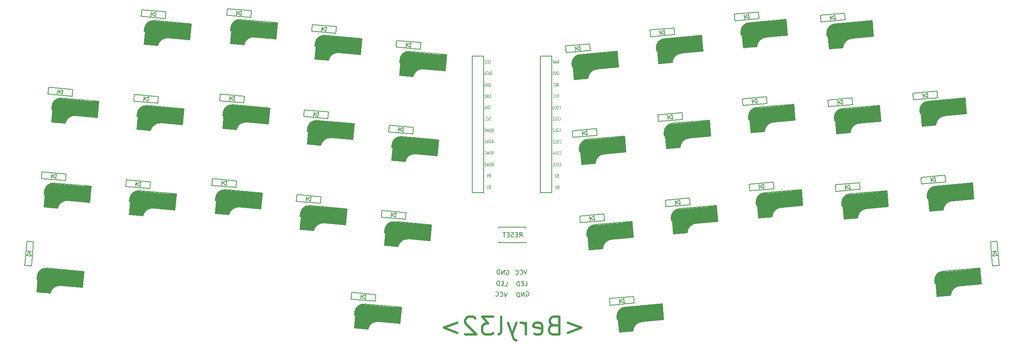
<source format=gbr>
G04 #@! TF.GenerationSoftware,KiCad,Pcbnew,(5.1.7)-1*
G04 #@! TF.CreationDate,2021-03-21T19:43:21+09:00*
G04 #@! TF.ProjectId,Beryl32,42657279-6c33-4322-9e6b-696361645f70,rev?*
G04 #@! TF.SameCoordinates,Original*
G04 #@! TF.FileFunction,Legend,Bot*
G04 #@! TF.FilePolarity,Positive*
%FSLAX46Y46*%
G04 Gerber Fmt 4.6, Leading zero omitted, Abs format (unit mm)*
G04 Created by KiCad (PCBNEW (5.1.7)-1) date 2021-03-21 19:43:21*
%MOMM*%
%LPD*%
G01*
G04 APERTURE LIST*
%ADD10C,0.150000*%
%ADD11C,0.500000*%
%ADD12C,0.400000*%
%ADD13C,3.500000*%
%ADD14C,1.000000*%
%ADD15C,3.000000*%
%ADD16C,0.800000*%
%ADD17C,0.300000*%
%ADD18C,0.125000*%
G04 APERTURE END LIST*
D10*
X207802344Y-158437957D02*
X207383124Y-159405100D01*
X207138214Y-158379853D01*
X206158040Y-159202317D02*
X206201328Y-159253905D01*
X206339491Y-159313794D01*
X206434367Y-159322094D01*
X206580831Y-159287107D01*
X206684007Y-159200532D01*
X206739745Y-159109807D01*
X206803784Y-158924206D01*
X206816235Y-158781892D01*
X206785398Y-158587990D01*
X206746261Y-158488964D01*
X206659686Y-158385788D01*
X206521522Y-158325900D01*
X206426647Y-158317599D01*
X206280183Y-158352586D01*
X206228595Y-158395874D01*
X205161846Y-159115161D02*
X205205133Y-159166749D01*
X205343296Y-159226638D01*
X205438172Y-159234939D01*
X205584636Y-159199952D01*
X205687812Y-159113376D01*
X205743550Y-159022651D01*
X205807589Y-158837050D01*
X205820040Y-158694736D01*
X205789203Y-158500835D01*
X205750066Y-158401809D01*
X205663491Y-158298633D01*
X205525328Y-158238744D01*
X205430452Y-158230443D01*
X205283988Y-158265430D01*
X205232400Y-158308718D01*
X207648177Y-153501438D02*
X207747203Y-153462300D01*
X207889516Y-153474751D01*
X208027680Y-153534640D01*
X208114255Y-153637816D01*
X208153392Y-153736842D01*
X208184229Y-153930744D01*
X208171778Y-154073057D01*
X208107739Y-154258658D01*
X208052001Y-154349384D01*
X207948824Y-154435959D01*
X207802361Y-154470946D01*
X207707485Y-154462645D01*
X207569322Y-154402757D01*
X207526034Y-154351168D01*
X207555086Y-154019104D01*
X207744837Y-154035705D01*
X207090793Y-154408692D02*
X207177949Y-153412497D01*
X206521539Y-154358888D01*
X206608695Y-153362694D01*
X206047160Y-154317386D02*
X206134316Y-153321191D01*
X205897127Y-153300440D01*
X205750663Y-153335427D01*
X205647487Y-153422002D01*
X205591749Y-153512727D01*
X205527710Y-153698328D01*
X205515259Y-153840642D01*
X205546096Y-154034543D01*
X205585233Y-154133569D01*
X205671808Y-154236746D01*
X205809971Y-154296634D01*
X206047160Y-154317386D01*
X207235577Y-156970154D02*
X207709955Y-157011656D01*
X207797111Y-156015462D01*
X206949165Y-156419286D02*
X206617100Y-156390234D01*
X206429133Y-156899599D02*
X206903512Y-156941102D01*
X206990668Y-155944907D01*
X206516289Y-155903404D01*
X206002193Y-156862247D02*
X206089349Y-155866052D01*
X205852159Y-155845301D01*
X205705696Y-155880288D01*
X205602519Y-155966863D01*
X205546781Y-156057588D01*
X205482742Y-156243189D01*
X205470291Y-156385503D01*
X205501128Y-156579404D01*
X205540265Y-156678430D01*
X205626840Y-156781607D01*
X205765004Y-156841495D01*
X206002193Y-156862247D01*
X211993284Y-158302783D02*
X212084010Y-158247044D01*
X212226323Y-158234594D01*
X212372787Y-158269581D01*
X212475963Y-158356156D01*
X212531701Y-158446881D01*
X212595740Y-158632482D01*
X212608191Y-158774796D01*
X212577354Y-158968697D01*
X212538217Y-159067723D01*
X212451642Y-159170900D01*
X212313479Y-159230788D01*
X212218603Y-159239089D01*
X212072139Y-159204102D01*
X212020551Y-159160814D01*
X211991499Y-158828749D01*
X212181251Y-158812148D01*
X211601911Y-159293042D02*
X211514755Y-158296848D01*
X211032657Y-159342846D01*
X210945501Y-158346651D01*
X210558279Y-159384348D02*
X210471123Y-158388154D01*
X210233934Y-158408905D01*
X210095770Y-158468794D01*
X210009195Y-158571970D01*
X209970058Y-158670996D01*
X209939221Y-158864898D01*
X209951672Y-159007211D01*
X210015711Y-159192812D01*
X210071449Y-159283538D01*
X210174626Y-159370113D01*
X210321089Y-159405100D01*
X210558279Y-159384348D01*
X212139343Y-153271388D02*
X211894434Y-154296634D01*
X211475213Y-153329491D01*
X210652749Y-154309666D02*
X210704337Y-154352953D01*
X210850801Y-154387940D01*
X210945677Y-154379640D01*
X211083840Y-154319751D01*
X211170415Y-154216575D01*
X211209553Y-154117549D01*
X211240389Y-153923647D01*
X211227939Y-153781334D01*
X211163900Y-153595733D01*
X211108161Y-153505007D01*
X211004985Y-153418432D01*
X210858521Y-153383445D01*
X210763646Y-153391746D01*
X210625482Y-153451634D01*
X210582195Y-153503222D01*
X209656555Y-154396821D02*
X209708143Y-154440109D01*
X209854607Y-154475096D01*
X209949482Y-154466795D01*
X210087645Y-154406907D01*
X210174221Y-154303731D01*
X210213358Y-154204705D01*
X210244195Y-154010803D01*
X210231744Y-153868489D01*
X210167705Y-153682888D01*
X210111967Y-153592163D01*
X210008790Y-153505588D01*
X209862326Y-153470601D01*
X209767451Y-153478901D01*
X209629288Y-153538790D01*
X209586000Y-153590378D01*
X211757923Y-156858096D02*
X212232301Y-156816594D01*
X212145146Y-155820399D01*
X211380205Y-156365332D02*
X211048140Y-156394384D01*
X210951480Y-156928651D02*
X211425858Y-156887148D01*
X211338702Y-155890954D01*
X210864324Y-155932456D01*
X210524539Y-156966003D02*
X210437383Y-155969809D01*
X210200194Y-155990560D01*
X210062031Y-156050449D01*
X209975456Y-156153625D01*
X209936318Y-156252651D01*
X209905482Y-156446553D01*
X209917932Y-156588866D01*
X209981971Y-156774467D01*
X210037710Y-156865193D01*
X210140886Y-156951768D01*
X210287350Y-156986755D01*
X210524539Y-156966003D01*
D11*
X221285714Y-165142857D02*
X224333333Y-166285714D01*
X221285714Y-167428571D01*
X218047619Y-165714285D02*
X217476190Y-165904761D01*
X217285714Y-166095238D01*
X217095238Y-166476190D01*
X217095238Y-167047619D01*
X217285714Y-167428571D01*
X217476190Y-167619047D01*
X217857142Y-167809523D01*
X219380952Y-167809523D01*
X219380952Y-163809523D01*
X218047619Y-163809523D01*
X217666666Y-164000000D01*
X217476190Y-164190476D01*
X217285714Y-164571428D01*
X217285714Y-164952380D01*
X217476190Y-165333333D01*
X217666666Y-165523809D01*
X218047619Y-165714285D01*
X219380952Y-165714285D01*
X213857142Y-167619047D02*
X214238095Y-167809523D01*
X215000000Y-167809523D01*
X215380952Y-167619047D01*
X215571428Y-167238095D01*
X215571428Y-165714285D01*
X215380952Y-165333333D01*
X215000000Y-165142857D01*
X214238095Y-165142857D01*
X213857142Y-165333333D01*
X213666666Y-165714285D01*
X213666666Y-166095238D01*
X215571428Y-166476190D01*
X211952380Y-167809523D02*
X211952380Y-165142857D01*
X211952380Y-165904761D02*
X211761904Y-165523809D01*
X211571428Y-165333333D01*
X211190476Y-165142857D01*
X210809523Y-165142857D01*
X209857142Y-165142857D02*
X208904761Y-167809523D01*
X207952380Y-165142857D02*
X208904761Y-167809523D01*
X209285714Y-168761904D01*
X209476190Y-168952380D01*
X209857142Y-169142857D01*
X205857142Y-167809523D02*
X206238095Y-167619047D01*
X206428571Y-167238095D01*
X206428571Y-163809523D01*
X204714285Y-163809523D02*
X202238095Y-163809523D01*
X203571428Y-165333333D01*
X203000000Y-165333333D01*
X202619047Y-165523809D01*
X202428571Y-165714285D01*
X202238095Y-166095238D01*
X202238095Y-167047619D01*
X202428571Y-167428571D01*
X202619047Y-167619047D01*
X203000000Y-167809523D01*
X204142857Y-167809523D01*
X204523809Y-167619047D01*
X204714285Y-167428571D01*
X200714285Y-164190476D02*
X200523809Y-164000000D01*
X200142857Y-163809523D01*
X199190476Y-163809523D01*
X198809523Y-164000000D01*
X198619047Y-164190476D01*
X198428571Y-164571428D01*
X198428571Y-164952380D01*
X198619047Y-165523809D01*
X200904761Y-167809523D01*
X198428571Y-167809523D01*
X196714285Y-165142857D02*
X193666666Y-166285714D01*
X196714285Y-167428571D01*
D12*
X254247031Y-139176942D02*
X253001787Y-139285887D01*
D11*
X245028436Y-145102946D02*
X247469113Y-144889414D01*
D10*
X254379029Y-138964630D02*
X246210231Y-139679307D01*
X249911055Y-142969278D02*
X254692789Y-142550931D01*
X244846629Y-145319616D02*
X247865099Y-145055534D01*
X244283819Y-141755104D02*
X244349186Y-142502250D01*
X244458786Y-140886549D02*
X244846629Y-145319616D01*
X244349186Y-142502250D02*
X244548425Y-142484819D01*
X254585710Y-141556479D02*
X254389609Y-139315041D01*
X254692789Y-142550931D02*
X254379029Y-138964630D01*
D13*
X252742759Y-140914661D02*
X246068254Y-141498604D01*
D14*
X253933225Y-139605924D02*
X254151114Y-142096411D01*
D11*
X254471762Y-142319313D02*
X253172351Y-142382806D01*
D15*
X245972374Y-141205846D02*
X246167603Y-143437323D01*
D16*
X245151719Y-144791014D02*
X244994839Y-142997864D01*
D17*
X244440090Y-142393915D02*
X244383439Y-141746388D01*
D14*
X247433555Y-144670208D02*
G75*
G02*
X249477715Y-142605663I2168535J-102862D01*
G01*
D10*
X244283819Y-141755105D02*
G75*
G02*
X246210231Y-139679307I2001105J74693D01*
G01*
X247866894Y-145033824D02*
G75*
G02*
X249911055Y-142969278I2168536J-102862D01*
G01*
X211915000Y-147042000D02*
X211915000Y-147292000D01*
X211915000Y-147292000D02*
X205915000Y-147292000D01*
X205915000Y-147292000D02*
X205915000Y-147042000D01*
X205915000Y-144042000D02*
X205915000Y-143792000D01*
X205915000Y-143792000D02*
X211915000Y-143792000D01*
X211915000Y-143792000D02*
X211915000Y-144042000D01*
D12*
X242182031Y-161147942D02*
X240936787Y-161256887D01*
D11*
X232963436Y-167073946D02*
X235404113Y-166860414D01*
D10*
X242314029Y-160935630D02*
X234145231Y-161650307D01*
X237846055Y-164940278D02*
X242627789Y-164521931D01*
X232781629Y-167290616D02*
X235800099Y-167026534D01*
X232218819Y-163726104D02*
X232284186Y-164473250D01*
X232393786Y-162857549D02*
X232781629Y-167290616D01*
X232284186Y-164473250D02*
X232483425Y-164455819D01*
X242520710Y-163527479D02*
X242324609Y-161286041D01*
X242627789Y-164521931D02*
X242314029Y-160935630D01*
D13*
X240677759Y-162885661D02*
X234003254Y-163469604D01*
D14*
X241868225Y-161576924D02*
X242086114Y-164067411D01*
D11*
X242406762Y-164290313D02*
X241107351Y-164353806D01*
D15*
X233907374Y-163176846D02*
X234102603Y-165408323D01*
D16*
X233086719Y-166762014D02*
X232929839Y-164968864D01*
D17*
X232375090Y-164364915D02*
X232318439Y-163717388D01*
D14*
X235368555Y-166641208D02*
G75*
G02*
X237412715Y-164576663I2168535J-102862D01*
G01*
D10*
X232218819Y-163726105D02*
G75*
G02*
X234145231Y-161650307I2001105J74693D01*
G01*
X235801894Y-167004824D02*
G75*
G02*
X237846055Y-164940278I2168536J-102862D01*
G01*
D12*
X171991624Y-139917766D02*
X170746381Y-139808821D01*
D11*
X161884041Y-144152948D02*
X164324718Y-144366480D01*
D10*
X172158485Y-139731600D02*
X163989687Y-139016923D01*
X167062989Y-142899554D02*
X171844724Y-143317901D01*
X161667371Y-144334756D02*
X164685841Y-144598838D01*
X161732083Y-140726666D02*
X161666716Y-141473812D01*
X162055214Y-139901689D02*
X161667371Y-144334756D01*
X161666716Y-141473812D02*
X161865955Y-141491243D01*
X171911956Y-142319963D02*
X172108056Y-140078525D01*
X171844724Y-143317901D02*
X172158485Y-139731600D01*
D13*
X170208454Y-141367870D02*
X163533949Y-140783927D01*
D14*
X171608094Y-140285739D02*
X171390204Y-142776226D01*
D11*
X171667274Y-143051421D02*
X170376579Y-142888309D01*
D15*
X163490362Y-140478968D02*
X163295134Y-142710444D01*
D16*
X162059617Y-143867163D02*
X162216498Y-142074014D01*
D17*
X161775052Y-141382908D02*
X161831703Y-140735382D01*
D14*
X164327764Y-144144429D02*
G75*
G02*
X166699374Y-142466213I2117729J-477862D01*
G01*
D10*
X161732083Y-140726667D02*
G75*
G02*
X163989687Y-139016923I1983674J-273930D01*
G01*
X164691381Y-144577770D02*
G75*
G02*
X167062989Y-142899554I2117728J-477861D01*
G01*
D12*
X184115624Y-161888766D02*
X182870381Y-161779821D01*
D11*
X174008041Y-166123948D02*
X176448718Y-166337480D01*
D10*
X184282485Y-161702600D02*
X176113687Y-160987923D01*
X179186989Y-164870554D02*
X183968724Y-165288901D01*
X173791371Y-166305756D02*
X176809841Y-166569838D01*
X173856083Y-162697666D02*
X173790716Y-163444812D01*
X174179214Y-161872689D02*
X173791371Y-166305756D01*
X173790716Y-163444812D02*
X173989955Y-163462243D01*
X184035956Y-164290963D02*
X184232056Y-162049525D01*
X183968724Y-165288901D02*
X184282485Y-161702600D01*
D13*
X182332454Y-163338870D02*
X175657949Y-162754927D01*
D14*
X183732094Y-162256739D02*
X183514204Y-164747226D01*
D11*
X183791274Y-165022421D02*
X182500579Y-164859309D01*
D15*
X175614362Y-162449968D02*
X175419134Y-164681444D01*
D16*
X174183617Y-165838163D02*
X174340498Y-164045014D01*
D17*
X173899052Y-163353908D02*
X173955703Y-162706382D01*
D14*
X176451764Y-166115429D02*
G75*
G02*
X178823374Y-164437213I2117729J-477862D01*
G01*
D10*
X173856083Y-162697667D02*
G75*
G02*
X176113687Y-160987923I1983674J-273930D01*
G01*
X176815381Y-166548770D02*
G75*
G02*
X179186989Y-164870554I2117728J-477861D01*
G01*
D17*
X180575052Y-144959908D02*
X180631703Y-144312382D01*
D16*
X180859617Y-147444163D02*
X181016498Y-145651014D01*
D15*
X182290362Y-144055968D02*
X182095134Y-146287444D01*
D11*
X190467274Y-146628421D02*
X189176579Y-146465309D01*
D14*
X190408094Y-143862739D02*
X190190204Y-146353226D01*
D13*
X189008454Y-144944870D02*
X182333949Y-144360927D01*
D10*
X190644724Y-146894901D02*
X190958485Y-143308600D01*
X190711956Y-145896963D02*
X190908056Y-143655525D01*
X180466716Y-145050812D02*
X180665955Y-145068243D01*
X180855214Y-143478689D02*
X180467371Y-147911756D01*
X180532083Y-144303666D02*
X180466716Y-145050812D01*
X180467371Y-147911756D02*
X183485841Y-148175838D01*
X185862989Y-146476554D02*
X190644724Y-146894901D01*
X190958485Y-143308600D02*
X182789687Y-142593923D01*
D11*
X180684041Y-147729948D02*
X183124718Y-147943480D01*
D12*
X190791624Y-143494766D02*
X189546381Y-143385821D01*
D10*
X183491381Y-148154770D02*
G75*
G02*
X185862989Y-146476554I2117728J-477861D01*
G01*
X180532083Y-144303667D02*
G75*
G02*
X182789687Y-142593923I1983674J-273930D01*
G01*
D14*
X183127764Y-147721429D02*
G75*
G02*
X185499374Y-146043213I2117729J-477862D01*
G01*
D17*
X225644090Y-145949915D02*
X225587439Y-145302388D01*
D16*
X226355719Y-148347014D02*
X226198839Y-146553864D01*
D15*
X227176374Y-144761846D02*
X227371603Y-146993323D01*
D11*
X235675762Y-145875313D02*
X234376351Y-145938806D01*
D14*
X235137225Y-143161924D02*
X235355114Y-145652411D01*
D13*
X233946759Y-144470661D02*
X227272254Y-145054604D01*
D10*
X235896789Y-146106931D02*
X235583029Y-142520630D01*
X235789710Y-145112479D02*
X235593609Y-142871041D01*
X225553186Y-146058250D02*
X225752425Y-146040819D01*
X225662786Y-144442549D02*
X226050629Y-148875616D01*
X225487819Y-145311104D02*
X225553186Y-146058250D01*
X226050629Y-148875616D02*
X229069099Y-148611534D01*
X231115055Y-146525278D02*
X235896789Y-146106931D01*
X235583029Y-142520630D02*
X227414231Y-143235307D01*
D11*
X226232436Y-148658946D02*
X228673113Y-148445414D01*
D12*
X235451031Y-142732942D02*
X234205787Y-142841887D01*
D10*
X229070894Y-148589824D02*
G75*
G02*
X231115055Y-146525278I2168536J-102862D01*
G01*
X225487819Y-145311105D02*
G75*
G02*
X227414231Y-143235307I2001105J74693D01*
G01*
D14*
X228637555Y-148226208D02*
G75*
G02*
X230681715Y-146161663I2168535J-102862D01*
G01*
D12*
X116678624Y-115914766D02*
X115433381Y-115805821D01*
D11*
X106571041Y-120149948D02*
X109011718Y-120363480D01*
D10*
X116845485Y-115728600D02*
X108676687Y-115013923D01*
X111749989Y-118896554D02*
X116531724Y-119314901D01*
X106354371Y-120331756D02*
X109372841Y-120595838D01*
X106419083Y-116723666D02*
X106353716Y-117470812D01*
X106742214Y-115898689D02*
X106354371Y-120331756D01*
X106353716Y-117470812D02*
X106552955Y-117488243D01*
X116598956Y-118316963D02*
X116795056Y-116075525D01*
X116531724Y-119314901D02*
X116845485Y-115728600D01*
D13*
X114895454Y-117364870D02*
X108220949Y-116780927D01*
D14*
X116295094Y-116282739D02*
X116077204Y-118773226D01*
D11*
X116354274Y-119048421D02*
X115063579Y-118885309D01*
D15*
X108177362Y-116475968D02*
X107982134Y-118707444D01*
D16*
X106746617Y-119864163D02*
X106903498Y-118071014D01*
D17*
X106462052Y-117379908D02*
X106518703Y-116732382D01*
D14*
X109014764Y-120141429D02*
G75*
G02*
X111386374Y-118463213I2117729J-477862D01*
G01*
D10*
X106419083Y-116723667D02*
G75*
G02*
X108676687Y-115013923I1983674J-273930D01*
G01*
X109378381Y-120574770D02*
G75*
G02*
X111749989Y-118896554I2117728J-477861D01*
G01*
D17*
X104775052Y-136359908D02*
X104831703Y-135712382D01*
D16*
X105059617Y-138844163D02*
X105216498Y-137051014D01*
D15*
X106490362Y-135455968D02*
X106295134Y-137687444D01*
D11*
X114667274Y-138028421D02*
X113376579Y-137865309D01*
D14*
X114608094Y-135262739D02*
X114390204Y-137753226D01*
D13*
X113208454Y-136344870D02*
X106533949Y-135760927D01*
D10*
X114844724Y-138294901D02*
X115158485Y-134708600D01*
X114911956Y-137296963D02*
X115108056Y-135055525D01*
X104666716Y-136450812D02*
X104865955Y-136468243D01*
X105055214Y-134878689D02*
X104667371Y-139311756D01*
X104732083Y-135703666D02*
X104666716Y-136450812D01*
X104667371Y-139311756D02*
X107685841Y-139575838D01*
X110062989Y-137876554D02*
X114844724Y-138294901D01*
X115158485Y-134708600D02*
X106989687Y-133993923D01*
D11*
X104884041Y-139129948D02*
X107324718Y-139343480D01*
D12*
X114991624Y-134894766D02*
X113746381Y-134785821D01*
D10*
X107691381Y-139554770D02*
G75*
G02*
X110062989Y-137876554I2117728J-477861D01*
G01*
X104732083Y-135703667D02*
G75*
G02*
X106989687Y-133993923I1983674J-273930D01*
G01*
D14*
X107327764Y-139121429D02*
G75*
G02*
X109699374Y-137443213I2117729J-477862D01*
G01*
D17*
X103160052Y-155352908D02*
X103216703Y-154705382D01*
D16*
X103444617Y-157837163D02*
X103601498Y-156044014D01*
D15*
X104875362Y-154448968D02*
X104680134Y-156680444D01*
D11*
X113052274Y-157021421D02*
X111761579Y-156858309D01*
D14*
X112993094Y-154255739D02*
X112775204Y-156746226D01*
D13*
X111593454Y-155337870D02*
X104918949Y-154753927D01*
D10*
X113229724Y-157287901D02*
X113543485Y-153701600D01*
X113296956Y-156289963D02*
X113493056Y-154048525D01*
X103051716Y-155443812D02*
X103250955Y-155461243D01*
X103440214Y-153871689D02*
X103052371Y-158304756D01*
X103117083Y-154696666D02*
X103051716Y-155443812D01*
X103052371Y-158304756D02*
X106070841Y-158568838D01*
X108447989Y-156869554D02*
X113229724Y-157287901D01*
X113543485Y-153701600D02*
X105374687Y-152986923D01*
D11*
X103269041Y-158122948D02*
X105709718Y-158336480D01*
D12*
X113376624Y-153887766D02*
X112131381Y-153778821D01*
D10*
X106076381Y-158547770D02*
G75*
G02*
X108447989Y-156869554I2117728J-477861D01*
G01*
X103117083Y-154696667D02*
G75*
G02*
X105374687Y-152986923I1983674J-273930D01*
G01*
D14*
X105712764Y-158114429D02*
G75*
G02*
X108084374Y-156436213I2117729J-477862D01*
G01*
D17*
X127075052Y-100059908D02*
X127131703Y-99412382D01*
D16*
X127359617Y-102544163D02*
X127516498Y-100751014D01*
D15*
X128790362Y-99155968D02*
X128595134Y-101387444D01*
D11*
X136967274Y-101728421D02*
X135676579Y-101565309D01*
D14*
X136908094Y-98962739D02*
X136690204Y-101453226D01*
D13*
X135508454Y-100044870D02*
X128833949Y-99460927D01*
D10*
X137144724Y-101994901D02*
X137458485Y-98408600D01*
X137211956Y-100996963D02*
X137408056Y-98755525D01*
X126966716Y-100150812D02*
X127165955Y-100168243D01*
X127355214Y-98578689D02*
X126967371Y-103011756D01*
X127032083Y-99403666D02*
X126966716Y-100150812D01*
X126967371Y-103011756D02*
X129985841Y-103275838D01*
X132362989Y-101576554D02*
X137144724Y-101994901D01*
X137458485Y-98408600D02*
X129289687Y-97693923D01*
D11*
X127184041Y-102829948D02*
X129624718Y-103043480D01*
D12*
X137291624Y-98594766D02*
X136046381Y-98485821D01*
D10*
X129991381Y-103254770D02*
G75*
G02*
X132362989Y-101576554I2117728J-477861D01*
G01*
X127032083Y-99403667D02*
G75*
G02*
X129289687Y-97693923I1983674J-273930D01*
G01*
D14*
X129627764Y-102821429D02*
G75*
G02*
X131999374Y-101143213I2117729J-477862D01*
G01*
D17*
X125459966Y-119044201D02*
X125516617Y-118396675D01*
D16*
X125744531Y-121528456D02*
X125901412Y-119735307D01*
D15*
X127175276Y-118140261D02*
X126980048Y-120371737D01*
D11*
X135352188Y-120712714D02*
X134061493Y-120549602D01*
D14*
X135293008Y-117947032D02*
X135075118Y-120437519D01*
D13*
X133893368Y-119029163D02*
X127218863Y-118445220D01*
D10*
X135529638Y-120979194D02*
X135843399Y-117392893D01*
X135596870Y-119981256D02*
X135792970Y-117739818D01*
X125351630Y-119135105D02*
X125550869Y-119152536D01*
X125740128Y-117562982D02*
X125352285Y-121996049D01*
X125416997Y-118387959D02*
X125351630Y-119135105D01*
X125352285Y-121996049D02*
X128370755Y-122260131D01*
X130747903Y-120560847D02*
X135529638Y-120979194D01*
X135843399Y-117392893D02*
X127674601Y-116678216D01*
D11*
X125568955Y-121814241D02*
X128009632Y-122027773D01*
D12*
X135676538Y-117579059D02*
X134431295Y-117470114D01*
D10*
X128376295Y-122239063D02*
G75*
G02*
X130747903Y-120560847I2117728J-477861D01*
G01*
X125416997Y-118387960D02*
G75*
G02*
X127674601Y-116678216I1983674J-273930D01*
G01*
D14*
X128012678Y-121805722D02*
G75*
G02*
X130384288Y-120127506I2117729J-477862D01*
G01*
D12*
X133991624Y-136594766D02*
X132746381Y-136485821D01*
D11*
X123884041Y-140829948D02*
X126324718Y-141043480D01*
D10*
X134158485Y-136408600D02*
X125989687Y-135693923D01*
X129062989Y-139576554D02*
X133844724Y-139994901D01*
X123667371Y-141011756D02*
X126685841Y-141275838D01*
X123732083Y-137403666D02*
X123666716Y-138150812D01*
X124055214Y-136578689D02*
X123667371Y-141011756D01*
X123666716Y-138150812D02*
X123865955Y-138168243D01*
X133911956Y-138996963D02*
X134108056Y-136755525D01*
X133844724Y-139994901D02*
X134158485Y-136408600D01*
D13*
X132208454Y-138044870D02*
X125533949Y-137460927D01*
D14*
X133608094Y-136962739D02*
X133390204Y-139453226D01*
D11*
X133667274Y-139728421D02*
X132376579Y-139565309D01*
D15*
X125490362Y-137155968D02*
X125295134Y-139387444D01*
D16*
X124059617Y-140544163D02*
X124216498Y-138751014D01*
D17*
X123775052Y-138059908D02*
X123831703Y-137412382D01*
D14*
X126327764Y-140821429D02*
G75*
G02*
X128699374Y-139143213I2117729J-477862D01*
G01*
D10*
X123732083Y-137403667D02*
G75*
G02*
X125989687Y-135693923I1983674J-273930D01*
G01*
X126691381Y-141254770D02*
G75*
G02*
X129062989Y-139576554I2117728J-477861D01*
G01*
D12*
X156491624Y-98388766D02*
X155246381Y-98279821D01*
D11*
X146384041Y-102623948D02*
X148824718Y-102837480D01*
D10*
X156658485Y-98202600D02*
X148489687Y-97487923D01*
X151562989Y-101370554D02*
X156344724Y-101788901D01*
X146167371Y-102805756D02*
X149185841Y-103069838D01*
X146232083Y-99197666D02*
X146166716Y-99944812D01*
X146555214Y-98372689D02*
X146167371Y-102805756D01*
X146166716Y-99944812D02*
X146365955Y-99962243D01*
X156411956Y-100790963D02*
X156608056Y-98549525D01*
X156344724Y-101788901D02*
X156658485Y-98202600D01*
D13*
X154708454Y-99838870D02*
X148033949Y-99254927D01*
D14*
X156108094Y-98756739D02*
X155890204Y-101247226D01*
D11*
X156167274Y-101522421D02*
X154876579Y-101359309D01*
D15*
X147990362Y-98949968D02*
X147795134Y-101181444D01*
D16*
X146559617Y-102338163D02*
X146716498Y-100545014D01*
D17*
X146275052Y-99853908D02*
X146331703Y-99206382D01*
D14*
X148827764Y-102615429D02*
G75*
G02*
X151199374Y-100937213I2117729J-477862D01*
G01*
D10*
X146232083Y-99197667D02*
G75*
G02*
X148489687Y-97487923I1983674J-273930D01*
G01*
X149191381Y-103048770D02*
G75*
G02*
X151562989Y-101370554I2117728J-477861D01*
G01*
D12*
X154791624Y-117394766D02*
X153546381Y-117285821D01*
D11*
X144684041Y-121629948D02*
X147124718Y-121843480D01*
D10*
X154958485Y-117208600D02*
X146789687Y-116493923D01*
X149862989Y-120376554D02*
X154644724Y-120794901D01*
X144467371Y-121811756D02*
X147485841Y-122075838D01*
X144532083Y-118203666D02*
X144466716Y-118950812D01*
X144855214Y-117378689D02*
X144467371Y-121811756D01*
X144466716Y-118950812D02*
X144665955Y-118968243D01*
X154711956Y-119796963D02*
X154908056Y-117555525D01*
X154644724Y-120794901D02*
X154958485Y-117208600D01*
D13*
X153008454Y-118844870D02*
X146333949Y-118260927D01*
D14*
X154408094Y-117762739D02*
X154190204Y-120253226D01*
D11*
X154467274Y-120528421D02*
X153176579Y-120365309D01*
D15*
X146290362Y-117955968D02*
X146095134Y-120187444D01*
D16*
X144859617Y-121344163D02*
X145016498Y-119551014D01*
D17*
X144575052Y-118859908D02*
X144631703Y-118212382D01*
D14*
X147127764Y-121621429D02*
G75*
G02*
X149499374Y-119943213I2117729J-477862D01*
G01*
D10*
X144532083Y-118203667D02*
G75*
G02*
X146789687Y-116493923I1983674J-273930D01*
G01*
X147491381Y-122054770D02*
G75*
G02*
X149862989Y-120376554I2117728J-477861D01*
G01*
D17*
X142911052Y-137826908D02*
X142967703Y-137179382D01*
D16*
X143195617Y-140311163D02*
X143352498Y-138518014D01*
D15*
X144626362Y-136922968D02*
X144431134Y-139154444D01*
D11*
X152803274Y-139495421D02*
X151512579Y-139332309D01*
D14*
X152744094Y-136729739D02*
X152526204Y-139220226D01*
D13*
X151344454Y-137811870D02*
X144669949Y-137227927D01*
D10*
X152980724Y-139761901D02*
X153294485Y-136175600D01*
X153047956Y-138763963D02*
X153244056Y-136522525D01*
X142802716Y-137917812D02*
X143001955Y-137935243D01*
X143191214Y-136345689D02*
X142803371Y-140778756D01*
X142868083Y-137170666D02*
X142802716Y-137917812D01*
X142803371Y-140778756D02*
X145821841Y-141042838D01*
X148198989Y-139343554D02*
X152980724Y-139761901D01*
X153294485Y-136175600D02*
X145125687Y-135460923D01*
D11*
X143020041Y-140596948D02*
X145460718Y-140810480D01*
D12*
X153127624Y-136361766D02*
X151882381Y-136252821D01*
D10*
X145827381Y-141021770D02*
G75*
G02*
X148198989Y-139343554I2117728J-477861D01*
G01*
X142868083Y-137170667D02*
G75*
G02*
X145125687Y-135460923I1983674J-273930D01*
G01*
D14*
X145463764Y-140588429D02*
G75*
G02*
X147835374Y-138910213I2117729J-477862D01*
G01*
D17*
X165075052Y-103359908D02*
X165131703Y-102712382D01*
D16*
X165359617Y-105844163D02*
X165516498Y-104051014D01*
D15*
X166790362Y-102455968D02*
X166595134Y-104687444D01*
D11*
X174967274Y-105028421D02*
X173676579Y-104865309D01*
D14*
X174908094Y-102262739D02*
X174690204Y-104753226D01*
D13*
X173508454Y-103344870D02*
X166833949Y-102760927D01*
D10*
X175144724Y-105294901D02*
X175458485Y-101708600D01*
X175211956Y-104296963D02*
X175408056Y-102055525D01*
X164966716Y-103450812D02*
X165165955Y-103468243D01*
X165355214Y-101878689D02*
X164967371Y-106311756D01*
X165032083Y-102703666D02*
X164966716Y-103450812D01*
X164967371Y-106311756D02*
X167985841Y-106575838D01*
X170362989Y-104876554D02*
X175144724Y-105294901D01*
X175458485Y-101708600D02*
X167289687Y-100993923D01*
D11*
X165184041Y-106129948D02*
X167624718Y-106343480D01*
D12*
X175291624Y-101894766D02*
X174046381Y-101785821D01*
D10*
X167991381Y-106554770D02*
G75*
G02*
X170362989Y-104876554I2117728J-477861D01*
G01*
X165032083Y-102703667D02*
G75*
G02*
X167289687Y-100993923I1983674J-273930D01*
G01*
D14*
X167627764Y-106121429D02*
G75*
G02*
X169999374Y-104443213I2117729J-477862D01*
G01*
D12*
X173591624Y-120894766D02*
X172346381Y-120785821D01*
D11*
X163484041Y-125129948D02*
X165924718Y-125343480D01*
D10*
X173758485Y-120708600D02*
X165589687Y-119993923D01*
X168662989Y-123876554D02*
X173444724Y-124294901D01*
X163267371Y-125311756D02*
X166285841Y-125575838D01*
X163332083Y-121703666D02*
X163266716Y-122450812D01*
X163655214Y-120878689D02*
X163267371Y-125311756D01*
X163266716Y-122450812D02*
X163465955Y-122468243D01*
X173511956Y-123296963D02*
X173708056Y-121055525D01*
X173444724Y-124294901D02*
X173758485Y-120708600D01*
D13*
X171808454Y-122344870D02*
X165133949Y-121760927D01*
D14*
X173208094Y-121262739D02*
X172990204Y-123753226D01*
D11*
X173267274Y-124028421D02*
X171976579Y-123865309D01*
D15*
X165090362Y-121455968D02*
X164895134Y-123687444D01*
D16*
X163659617Y-124844163D02*
X163816498Y-123051014D01*
D17*
X163375052Y-122359908D02*
X163431703Y-121712382D01*
D14*
X165927764Y-125121429D02*
G75*
G02*
X168299374Y-123443213I2117729J-477862D01*
G01*
D10*
X163332083Y-121703667D02*
G75*
G02*
X165589687Y-119993923I1983674J-273930D01*
G01*
X166291381Y-125554770D02*
G75*
G02*
X168662989Y-123876554I2117728J-477861D01*
G01*
D12*
X194148624Y-105500766D02*
X192903381Y-105391821D01*
D11*
X184041041Y-109735948D02*
X186481718Y-109949480D01*
D10*
X194315485Y-105314600D02*
X186146687Y-104599923D01*
X189219989Y-108482554D02*
X194001724Y-108900901D01*
X183824371Y-109917756D02*
X186842841Y-110181838D01*
X183889083Y-106309666D02*
X183823716Y-107056812D01*
X184212214Y-105484689D02*
X183824371Y-109917756D01*
X183823716Y-107056812D02*
X184022955Y-107074243D01*
X194068956Y-107902963D02*
X194265056Y-105661525D01*
X194001724Y-108900901D02*
X194315485Y-105314600D01*
D13*
X192365454Y-106950870D02*
X185690949Y-106366927D01*
D14*
X193765094Y-105868739D02*
X193547204Y-108359226D01*
D11*
X193824274Y-108634421D02*
X192533579Y-108471309D01*
D15*
X185647362Y-106061968D02*
X185452134Y-108293444D01*
D16*
X184216617Y-109450163D02*
X184373498Y-107657014D01*
D17*
X183932052Y-106965908D02*
X183988703Y-106318382D01*
D14*
X186484764Y-109727429D02*
G75*
G02*
X188856374Y-108049213I2117729J-477862D01*
G01*
D10*
X183889083Y-106309667D02*
G75*
G02*
X186146687Y-104599923I1983674J-273930D01*
G01*
X186848381Y-110160770D02*
G75*
G02*
X189219989Y-108482554I2117728J-477861D01*
G01*
D12*
X192391624Y-124494766D02*
X191146381Y-124385821D01*
D11*
X182284041Y-128729948D02*
X184724718Y-128943480D01*
D10*
X192558485Y-124308600D02*
X184389687Y-123593923D01*
X187462989Y-127476554D02*
X192244724Y-127894901D01*
X182067371Y-128911756D02*
X185085841Y-129175838D01*
X182132083Y-125303666D02*
X182066716Y-126050812D01*
X182455214Y-124478689D02*
X182067371Y-128911756D01*
X182066716Y-126050812D02*
X182265955Y-126068243D01*
X192311956Y-126896963D02*
X192508056Y-124655525D01*
X192244724Y-127894901D02*
X192558485Y-124308600D01*
D13*
X190608454Y-125944870D02*
X183933949Y-125360927D01*
D14*
X192008094Y-124862739D02*
X191790204Y-127353226D01*
D11*
X192067274Y-127628421D02*
X190776579Y-127465309D01*
D15*
X183890362Y-125055968D02*
X183695134Y-127287444D01*
D16*
X182459617Y-128444163D02*
X182616498Y-126651014D01*
D17*
X182175052Y-125959908D02*
X182231703Y-125312382D01*
D14*
X184727764Y-128721429D02*
G75*
G02*
X187099374Y-127043213I2117729J-477862D01*
G01*
D10*
X182132083Y-125303667D02*
G75*
G02*
X184389687Y-123593923I1983674J-273930D01*
G01*
X185091381Y-129154770D02*
G75*
G02*
X187462989Y-127476554I2117728J-477861D01*
G01*
D17*
X222342090Y-107976915D02*
X222285439Y-107329388D01*
D16*
X223053719Y-110374014D02*
X222896839Y-108580864D01*
D15*
X223874374Y-106788846D02*
X224069603Y-109020323D01*
D11*
X232373762Y-107902313D02*
X231074351Y-107965806D01*
D14*
X231835225Y-105188924D02*
X232053114Y-107679411D01*
D13*
X230644759Y-106497661D02*
X223970254Y-107081604D01*
D10*
X232594789Y-108133931D02*
X232281029Y-104547630D01*
X232487710Y-107139479D02*
X232291609Y-104898041D01*
X222251186Y-108085250D02*
X222450425Y-108067819D01*
X222360786Y-106469549D02*
X222748629Y-110902616D01*
X222185819Y-107338104D02*
X222251186Y-108085250D01*
X222748629Y-110902616D02*
X225767099Y-110638534D01*
X227813055Y-108552278D02*
X232594789Y-108133931D01*
X232281029Y-104547630D02*
X224112231Y-105262307D01*
D11*
X222930436Y-110685946D02*
X225371113Y-110472414D01*
D12*
X232149031Y-104759942D02*
X230903787Y-104868887D01*
D10*
X225768894Y-110616824D02*
G75*
G02*
X227813055Y-108552278I2168536J-102862D01*
G01*
X222185819Y-107338105D02*
G75*
G02*
X224112231Y-105262307I2001105J74693D01*
G01*
D14*
X225335555Y-110253208D02*
G75*
G02*
X227379715Y-108188663I2168535J-102862D01*
G01*
D12*
X233800031Y-123682942D02*
X232554787Y-123791887D01*
D11*
X224581436Y-129608946D02*
X227022113Y-129395414D01*
D10*
X233932029Y-123470630D02*
X225763231Y-124185307D01*
X229464055Y-127475278D02*
X234245789Y-127056931D01*
X224399629Y-129825616D02*
X227418099Y-129561534D01*
X223836819Y-126261104D02*
X223902186Y-127008250D01*
X224011786Y-125392549D02*
X224399629Y-129825616D01*
X223902186Y-127008250D02*
X224101425Y-126990819D01*
X234138710Y-126062479D02*
X233942609Y-123821041D01*
X234245789Y-127056931D02*
X233932029Y-123470630D01*
D13*
X232295759Y-125420661D02*
X225621254Y-126004604D01*
D14*
X233486225Y-124111924D02*
X233704114Y-126602411D01*
D11*
X234024762Y-126825313D02*
X232725351Y-126888806D01*
D15*
X225525374Y-125711846D02*
X225720603Y-127943323D01*
D16*
X224704719Y-129297014D02*
X224547839Y-127503864D01*
D17*
X223993090Y-126899915D02*
X223936439Y-126252388D01*
D14*
X226986555Y-129176208D02*
G75*
G02*
X229030715Y-127111663I2168535J-102862D01*
G01*
D10*
X223836819Y-126261105D02*
G75*
G02*
X225763231Y-124185307I2001105J74693D01*
G01*
X227419894Y-129539824D02*
G75*
G02*
X229464055Y-127475278I2168536J-102862D01*
G01*
D17*
X241138090Y-104420915D02*
X241081439Y-103773388D01*
D16*
X241849719Y-106818014D02*
X241692839Y-105024864D01*
D15*
X242670374Y-103232846D02*
X242865603Y-105464323D01*
D11*
X251169762Y-104346313D02*
X249870351Y-104409806D01*
D14*
X250631225Y-101632924D02*
X250849114Y-104123411D01*
D13*
X249440759Y-102941661D02*
X242766254Y-103525604D01*
D10*
X251390789Y-104577931D02*
X251077029Y-100991630D01*
X251283710Y-103583479D02*
X251087609Y-101342041D01*
X241047186Y-104529250D02*
X241246425Y-104511819D01*
X241156786Y-102913549D02*
X241544629Y-107346616D01*
X240981819Y-103782104D02*
X241047186Y-104529250D01*
X241544629Y-107346616D02*
X244563099Y-107082534D01*
X246609055Y-104996278D02*
X251390789Y-104577931D01*
X251077029Y-100991630D02*
X242908231Y-101706307D01*
D11*
X241726436Y-107129946D02*
X244167113Y-106916414D01*
D12*
X250945031Y-101203942D02*
X249699787Y-101312887D01*
D10*
X244564894Y-107060824D02*
G75*
G02*
X246609055Y-104996278I2168536J-102862D01*
G01*
X240981819Y-103782105D02*
G75*
G02*
X242908231Y-101706307I2001105J74693D01*
G01*
D14*
X244131555Y-106697208D02*
G75*
G02*
X246175715Y-104632663I2168535J-102862D01*
G01*
D17*
X242869090Y-123370915D02*
X242812439Y-122723388D01*
D16*
X243580719Y-125768014D02*
X243423839Y-123974864D01*
D15*
X244401374Y-122182846D02*
X244596603Y-124414323D01*
D11*
X252900762Y-123296313D02*
X251601351Y-123359806D01*
D14*
X252362225Y-120582924D02*
X252580114Y-123073411D01*
D13*
X251171759Y-121891661D02*
X244497254Y-122475604D01*
D10*
X253121789Y-123527931D02*
X252808029Y-119941630D01*
X253014710Y-122533479D02*
X252818609Y-120292041D01*
X242778186Y-123479250D02*
X242977425Y-123461819D01*
X242887786Y-121863549D02*
X243275629Y-126296616D01*
X242712819Y-122732104D02*
X242778186Y-123479250D01*
X243275629Y-126296616D02*
X246294099Y-126032534D01*
X248340055Y-123946278D02*
X253121789Y-123527931D01*
X252808029Y-119941630D02*
X244639231Y-120656307D01*
D11*
X243457436Y-126079946D02*
X245898113Y-125866414D01*
D12*
X252676031Y-120153942D02*
X251430787Y-120262887D01*
D10*
X246295894Y-126010824D02*
G75*
G02*
X248340055Y-123946278I2168536J-102862D01*
G01*
X242712819Y-122732105D02*
G75*
G02*
X244639231Y-120656307I2001105J74693D01*
G01*
D14*
X245862555Y-125647208D02*
G75*
G02*
X247906715Y-123582663I2168535J-102862D01*
G01*
D17*
X259969090Y-100864915D02*
X259912439Y-100217388D01*
D16*
X260680719Y-103262014D02*
X260523839Y-101468864D01*
D15*
X261501374Y-99676846D02*
X261696603Y-101908323D01*
D11*
X270000762Y-100790313D02*
X268701351Y-100853806D01*
D14*
X269462225Y-98076924D02*
X269680114Y-100567411D01*
D13*
X268271759Y-99385661D02*
X261597254Y-99969604D01*
D10*
X270221789Y-101021931D02*
X269908029Y-97435630D01*
X270114710Y-100027479D02*
X269918609Y-97786041D01*
X259878186Y-100973250D02*
X260077425Y-100955819D01*
X259987786Y-99357549D02*
X260375629Y-103790616D01*
X259812819Y-100226104D02*
X259878186Y-100973250D01*
X260375629Y-103790616D02*
X263394099Y-103526534D01*
X265440055Y-101440278D02*
X270221789Y-101021931D01*
X269908029Y-97435630D02*
X261739231Y-98150307D01*
D11*
X260557436Y-103573946D02*
X262998113Y-103360414D01*
D12*
X269776031Y-97647942D02*
X268530787Y-97756887D01*
D10*
X263395894Y-103504824D02*
G75*
G02*
X265440055Y-101440278I2168536J-102862D01*
G01*
X259812819Y-100226105D02*
G75*
G02*
X261739231Y-98150307I2001105J74693D01*
G01*
D14*
X262962555Y-103141208D02*
G75*
G02*
X265006715Y-101076663I2168535J-102862D01*
G01*
D12*
X271476031Y-116570942D02*
X270230787Y-116679887D01*
D11*
X262257436Y-122496946D02*
X264698113Y-122283414D01*
D10*
X271608029Y-116358630D02*
X263439231Y-117073307D01*
X267140055Y-120363278D02*
X271921789Y-119944931D01*
X262075629Y-122713616D02*
X265094099Y-122449534D01*
X261512819Y-119149104D02*
X261578186Y-119896250D01*
X261687786Y-118280549D02*
X262075629Y-122713616D01*
X261578186Y-119896250D02*
X261777425Y-119878819D01*
X271814710Y-118950479D02*
X271618609Y-116709041D01*
X271921789Y-119944931D02*
X271608029Y-116358630D01*
D13*
X269971759Y-118308661D02*
X263297254Y-118892604D01*
D14*
X271162225Y-116999924D02*
X271380114Y-119490411D01*
D11*
X271700762Y-119713313D02*
X270401351Y-119776806D01*
D15*
X263201374Y-118599846D02*
X263396603Y-120831323D01*
D16*
X262380719Y-122185014D02*
X262223839Y-120391864D01*
D17*
X261669090Y-119787915D02*
X261612439Y-119140388D01*
D14*
X264662555Y-122064208D02*
G75*
G02*
X266706715Y-119999663I2168535J-102862D01*
G01*
D10*
X261512819Y-119149105D02*
G75*
G02*
X263439231Y-117073307I2001105J74693D01*
G01*
X265095894Y-122427824D02*
G75*
G02*
X267140055Y-120363278I2168536J-102862D01*
G01*
D17*
X263363090Y-138837915D02*
X263306439Y-138190388D01*
D16*
X264074719Y-141235014D02*
X263917839Y-139441864D01*
D15*
X264895374Y-137649846D02*
X265090603Y-139881323D01*
D11*
X273394762Y-138763313D02*
X272095351Y-138826806D01*
D14*
X272856225Y-136049924D02*
X273074114Y-138540411D01*
D13*
X271665759Y-137358661D02*
X264991254Y-137942604D01*
D10*
X273615789Y-138994931D02*
X273302029Y-135408630D01*
X273508710Y-138000479D02*
X273312609Y-135759041D01*
X263272186Y-138946250D02*
X263471425Y-138928819D01*
X263381786Y-137330549D02*
X263769629Y-141763616D01*
X263206819Y-138199104D02*
X263272186Y-138946250D01*
X263769629Y-141763616D02*
X266788099Y-141499534D01*
X268834055Y-139413278D02*
X273615789Y-138994931D01*
X273302029Y-135408630D02*
X265133231Y-136123307D01*
D11*
X263951436Y-141546946D02*
X266392113Y-141333414D01*
D12*
X273170031Y-135620942D02*
X271924787Y-135729887D01*
D10*
X266789894Y-141477824D02*
G75*
G02*
X268834055Y-139413278I2168536J-102862D01*
G01*
X263206819Y-138199105D02*
G75*
G02*
X265133231Y-136123307I2001105J74693D01*
G01*
D14*
X266356555Y-141114208D02*
G75*
G02*
X268400715Y-139049663I2168535J-102862D01*
G01*
D12*
X288918031Y-97901942D02*
X287672787Y-98010887D01*
D11*
X279699436Y-103827946D02*
X282140113Y-103614414D01*
D10*
X289050029Y-97689630D02*
X280881231Y-98404307D01*
X284582055Y-101694278D02*
X289363789Y-101275931D01*
X279517629Y-104044616D02*
X282536099Y-103780534D01*
X278954819Y-100480104D02*
X279020186Y-101227250D01*
X279129786Y-99611549D02*
X279517629Y-104044616D01*
X279020186Y-101227250D02*
X279219425Y-101209819D01*
X289256710Y-100281479D02*
X289060609Y-98040041D01*
X289363789Y-101275931D02*
X289050029Y-97689630D01*
D13*
X287413759Y-99639661D02*
X280739254Y-100223604D01*
D14*
X288604225Y-98330924D02*
X288822114Y-100821411D01*
D11*
X289142762Y-101044313D02*
X287843351Y-101107806D01*
D15*
X280643374Y-99930846D02*
X280838603Y-102162323D01*
D16*
X279822719Y-103516014D02*
X279665839Y-101722864D01*
D17*
X279111090Y-101118915D02*
X279054439Y-100471388D01*
D14*
X282104555Y-103395208D02*
G75*
G02*
X284148715Y-101330663I2168535J-102862D01*
G01*
D10*
X278954819Y-100480105D02*
G75*
G02*
X280881231Y-98404307I2001105J74693D01*
G01*
X282537894Y-103758824D02*
G75*
G02*
X284582055Y-101694278I2168536J-102862D01*
G01*
D17*
X280762090Y-120041915D02*
X280705439Y-119394388D01*
D16*
X281473719Y-122439014D02*
X281316839Y-120645864D01*
D15*
X282294374Y-118853846D02*
X282489603Y-121085323D01*
D11*
X290793762Y-119967313D02*
X289494351Y-120030806D01*
D14*
X290255225Y-117253924D02*
X290473114Y-119744411D01*
D13*
X289064759Y-118562661D02*
X282390254Y-119146604D01*
D10*
X291014789Y-120198931D02*
X290701029Y-116612630D01*
X290907710Y-119204479D02*
X290711609Y-116963041D01*
X280671186Y-120150250D02*
X280870425Y-120132819D01*
X280780786Y-118534549D02*
X281168629Y-122967616D01*
X280605819Y-119403104D02*
X280671186Y-120150250D01*
X281168629Y-122967616D02*
X284187099Y-122703534D01*
X286233055Y-120617278D02*
X291014789Y-120198931D01*
X290701029Y-116612630D02*
X282532231Y-117327307D01*
D11*
X281350436Y-122750946D02*
X283791113Y-122537414D01*
D12*
X290569031Y-116824942D02*
X289323787Y-116933887D01*
D10*
X284188894Y-122681824D02*
G75*
G02*
X286233055Y-120617278I2168536J-102862D01*
G01*
X280605819Y-119403105D02*
G75*
G02*
X282532231Y-117327307I2001105J74693D01*
G01*
D14*
X283755555Y-122318208D02*
G75*
G02*
X285799715Y-120253663I2168535J-102862D01*
G01*
D12*
X292220031Y-135874942D02*
X290974787Y-135983887D01*
D11*
X283001436Y-141800946D02*
X285442113Y-141587414D01*
D10*
X292352029Y-135662630D02*
X284183231Y-136377307D01*
X287884055Y-139667278D02*
X292665789Y-139248931D01*
X282819629Y-142017616D02*
X285838099Y-141753534D01*
X282256819Y-138453104D02*
X282322186Y-139200250D01*
X282431786Y-137584549D02*
X282819629Y-142017616D01*
X282322186Y-139200250D02*
X282521425Y-139182819D01*
X292558710Y-138254479D02*
X292362609Y-136013041D01*
X292665789Y-139248931D02*
X292352029Y-135662630D01*
D13*
X290715759Y-137612661D02*
X284041254Y-138196604D01*
D14*
X291906225Y-136303924D02*
X292124114Y-138794411D01*
D11*
X292444762Y-139017313D02*
X291145351Y-139080806D01*
D15*
X283945374Y-137903846D02*
X284140603Y-140135323D01*
D16*
X283124719Y-141489014D02*
X282967839Y-139695864D01*
D17*
X282413090Y-139091915D02*
X282356439Y-138444388D01*
D14*
X285406555Y-141368208D02*
G75*
G02*
X287450715Y-139303663I2168535J-102862D01*
G01*
D10*
X282256819Y-138453105D02*
G75*
G02*
X284183231Y-136377307I2001105J74693D01*
G01*
X285839894Y-141731824D02*
G75*
G02*
X287884055Y-139667278I2168536J-102862D01*
G01*
D17*
X299812090Y-118390915D02*
X299755439Y-117743388D01*
D16*
X300523719Y-120788014D02*
X300366839Y-118994864D01*
D15*
X301344374Y-117202846D02*
X301539603Y-119434323D01*
D11*
X309843762Y-118316313D02*
X308544351Y-118379806D01*
D14*
X309305225Y-115602924D02*
X309523114Y-118093411D01*
D13*
X308114759Y-116911661D02*
X301440254Y-117495604D01*
D10*
X310064789Y-118547931D02*
X309751029Y-114961630D01*
X309957710Y-117553479D02*
X309761609Y-115312041D01*
X299721186Y-118499250D02*
X299920425Y-118481819D01*
X299830786Y-116883549D02*
X300218629Y-121316616D01*
X299655819Y-117752104D02*
X299721186Y-118499250D01*
X300218629Y-121316616D02*
X303237099Y-121052534D01*
X305283055Y-118966278D02*
X310064789Y-118547931D01*
X309751029Y-114961630D02*
X301582231Y-115676307D01*
D11*
X300400436Y-121099946D02*
X302841113Y-120886414D01*
D12*
X309619031Y-115173942D02*
X308373787Y-115282887D01*
D10*
X303238894Y-121030824D02*
G75*
G02*
X305283055Y-118966278I2168536J-102862D01*
G01*
X299655819Y-117752105D02*
G75*
G02*
X301582231Y-115676307I2001105J74693D01*
G01*
D14*
X302805555Y-120667208D02*
G75*
G02*
X304849715Y-118602663I2168535J-102862D01*
G01*
D12*
X311270031Y-134153942D02*
X310024787Y-134262887D01*
D11*
X302051436Y-140079946D02*
X304492113Y-139866414D01*
D10*
X311402029Y-133941630D02*
X303233231Y-134656307D01*
X306934055Y-137946278D02*
X311715789Y-137527931D01*
X301869629Y-140296616D02*
X304888099Y-140032534D01*
X301306819Y-136732104D02*
X301372186Y-137479250D01*
X301481786Y-135863549D02*
X301869629Y-140296616D01*
X301372186Y-137479250D02*
X301571425Y-137461819D01*
X311608710Y-136533479D02*
X311412609Y-134292041D01*
X311715789Y-137527931D02*
X311402029Y-133941630D01*
D13*
X309765759Y-135891661D02*
X303091254Y-136475604D01*
D14*
X310956225Y-134582924D02*
X311174114Y-137073411D01*
D11*
X311494762Y-137296313D02*
X310195351Y-137359806D01*
D15*
X302995374Y-136182846D02*
X303190603Y-138414323D01*
D16*
X302174719Y-139768014D02*
X302017839Y-137974864D01*
D17*
X301463090Y-137370915D02*
X301406439Y-136723388D01*
D14*
X304456555Y-139647208D02*
G75*
G02*
X306500715Y-137582663I2168535J-102862D01*
G01*
D10*
X301306819Y-136732105D02*
G75*
G02*
X303233231Y-134656307I2001105J74693D01*
G01*
X304889894Y-140010824D02*
G75*
G02*
X306934055Y-137946278I2168536J-102862D01*
G01*
D17*
X303114090Y-156363915D02*
X303057439Y-155716388D01*
D16*
X303825719Y-158761014D02*
X303668839Y-156967864D01*
D15*
X304646374Y-155175846D02*
X304841603Y-157407323D01*
D11*
X313145762Y-156289313D02*
X311846351Y-156352806D01*
D14*
X312607225Y-153575924D02*
X312825114Y-156066411D01*
D13*
X311416759Y-154884661D02*
X304742254Y-155468604D01*
D10*
X313366789Y-156520931D02*
X313053029Y-152934630D01*
X313259710Y-155526479D02*
X313063609Y-153285041D01*
X303023186Y-156472250D02*
X303222425Y-156454819D01*
X303132786Y-154856549D02*
X303520629Y-159289616D01*
X302957819Y-155725104D02*
X303023186Y-156472250D01*
X303520629Y-159289616D02*
X306539099Y-159025534D01*
X308585055Y-156939278D02*
X313366789Y-156520931D01*
X313053029Y-152934630D02*
X304884231Y-153649307D01*
D11*
X303702436Y-159072946D02*
X306143113Y-158859414D01*
D12*
X312921031Y-153146942D02*
X311675787Y-153255887D01*
D10*
X306540894Y-159003824D02*
G75*
G02*
X308585055Y-156939278I2168536J-102862D01*
G01*
X302957819Y-155725105D02*
G75*
G02*
X304884231Y-153649307I2001105J74693D01*
G01*
D14*
X306107555Y-158640208D02*
G75*
G02*
X308151715Y-156575663I2168535J-102862D01*
G01*
D10*
X202528600Y-136144000D02*
X202528600Y-105664000D01*
X199988600Y-136144000D02*
X202528600Y-136144000D01*
X199988600Y-105664000D02*
X199988600Y-136144000D01*
X202528600Y-105664000D02*
X199988600Y-105664000D01*
X217748600Y-136144000D02*
X217748600Y-105664000D01*
X215208600Y-136144000D02*
X217748600Y-136144000D01*
X215208600Y-105664000D02*
X215208600Y-136144000D01*
X217748600Y-105664000D02*
X215208600Y-105664000D01*
X107758325Y-114054519D02*
X107845481Y-113058325D01*
X107901522Y-113565138D02*
X108754519Y-114141675D01*
X108841675Y-113145481D02*
X107901522Y-113565138D01*
X108754519Y-114141675D02*
X108841675Y-113145481D01*
X110924359Y-114582467D02*
X111055092Y-113088174D01*
X105544908Y-114111826D02*
X105675641Y-112617533D01*
X110924359Y-114582467D02*
X105544908Y-114111826D01*
X105675641Y-112617533D02*
X111055092Y-113088174D01*
X106275079Y-132915519D02*
X106362235Y-131919325D01*
X106418276Y-132426138D02*
X107271273Y-133002675D01*
X107358429Y-132006481D02*
X106418276Y-132426138D01*
X107271273Y-133002675D02*
X107358429Y-132006481D01*
X109441113Y-133443467D02*
X109571846Y-131949174D01*
X104061662Y-132972826D02*
X104192395Y-131478533D01*
X109441113Y-133443467D02*
X104061662Y-132972826D01*
X104192395Y-131478533D02*
X109571846Y-131949174D01*
X100891481Y-149191325D02*
X101887675Y-149278481D01*
X101380862Y-149334522D02*
X100804325Y-150187519D01*
X101800519Y-150274675D02*
X101380862Y-149334522D01*
X100804325Y-150187519D02*
X101800519Y-150274675D01*
X100363533Y-152357359D02*
X101857826Y-152488092D01*
X100834174Y-146977908D02*
X102328467Y-147108641D01*
X100363533Y-152357359D02*
X100834174Y-146977908D01*
X102328467Y-147108641D02*
X101857826Y-152488092D01*
X126407641Y-95283533D02*
X131787092Y-95754174D01*
X131656359Y-97248467D02*
X126276908Y-96777826D01*
X126276908Y-96777826D02*
X126407641Y-95283533D01*
X131656359Y-97248467D02*
X131787092Y-95754174D01*
X129486519Y-96807675D02*
X129573675Y-95811481D01*
X129573675Y-95811481D02*
X128633522Y-96231138D01*
X128633522Y-96231138D02*
X129486519Y-96807675D01*
X128490325Y-96720519D02*
X128577481Y-95724325D01*
X124756641Y-114206533D02*
X130136092Y-114677174D01*
X130005359Y-116171467D02*
X124625908Y-115700826D01*
X124625908Y-115700826D02*
X124756641Y-114206533D01*
X130005359Y-116171467D02*
X130136092Y-114677174D01*
X127835519Y-115730675D02*
X127922675Y-114734481D01*
X127922675Y-114734481D02*
X126982522Y-115154138D01*
X126982522Y-115154138D02*
X127835519Y-115730675D01*
X126839325Y-115643519D02*
X126926481Y-114647325D01*
X122978641Y-133256533D02*
X128358092Y-133727174D01*
X128227359Y-135221467D02*
X122847908Y-134750826D01*
X122847908Y-134750826D02*
X122978641Y-133256533D01*
X128227359Y-135221467D02*
X128358092Y-133727174D01*
X126057519Y-134780675D02*
X126144675Y-133784481D01*
X126144675Y-133784481D02*
X125204522Y-134204138D01*
X125204522Y-134204138D02*
X126057519Y-134780675D01*
X125061325Y-134693519D02*
X125148481Y-133697325D01*
X147540325Y-96466519D02*
X147627481Y-95470325D01*
X147683522Y-95977138D02*
X148536519Y-96553675D01*
X148623675Y-95557481D02*
X147683522Y-95977138D01*
X148536519Y-96553675D02*
X148623675Y-95557481D01*
X150706359Y-96994467D02*
X150837092Y-95500174D01*
X145326908Y-96523826D02*
X145457641Y-95029533D01*
X150706359Y-96994467D02*
X145326908Y-96523826D01*
X145457641Y-95029533D02*
X150837092Y-95500174D01*
X146006571Y-115544220D02*
X146093727Y-114548026D01*
X146149768Y-115054839D02*
X147002765Y-115631376D01*
X147089921Y-114635182D02*
X146149768Y-115054839D01*
X147002765Y-115631376D02*
X147089921Y-114635182D01*
X149172605Y-116072168D02*
X149303338Y-114577875D01*
X143793154Y-115601527D02*
X143923887Y-114107234D01*
X149172605Y-116072168D02*
X143793154Y-115601527D01*
X143923887Y-114107234D02*
X149303338Y-114577875D01*
X144238325Y-134439519D02*
X144325481Y-133443325D01*
X144381522Y-133950138D02*
X145234519Y-134526675D01*
X145321675Y-133530481D02*
X144381522Y-133950138D01*
X145234519Y-134526675D02*
X145321675Y-133530481D01*
X147404359Y-134967467D02*
X147535092Y-133473174D01*
X142024908Y-134496826D02*
X142155641Y-133002533D01*
X147404359Y-134967467D02*
X142024908Y-134496826D01*
X142155641Y-133002533D02*
X147535092Y-133473174D01*
X164380641Y-98585533D02*
X169760092Y-99056174D01*
X169629359Y-100550467D02*
X164249908Y-100079826D01*
X164249908Y-100079826D02*
X164380641Y-98585533D01*
X169629359Y-100550467D02*
X169760092Y-99056174D01*
X167459519Y-100109675D02*
X167546675Y-99113481D01*
X167546675Y-99113481D02*
X166606522Y-99533138D01*
X166606522Y-99533138D02*
X167459519Y-100109675D01*
X166463325Y-100022519D02*
X166550481Y-99026325D01*
X164685325Y-119072519D02*
X164772481Y-118076325D01*
X164828522Y-118583138D02*
X165681519Y-119159675D01*
X165768675Y-118163481D02*
X164828522Y-118583138D01*
X165681519Y-119159675D02*
X165768675Y-118163481D01*
X167851359Y-119600467D02*
X167982092Y-118106174D01*
X162471908Y-119129826D02*
X162602641Y-117635533D01*
X167851359Y-119600467D02*
X162471908Y-119129826D01*
X162602641Y-117635533D02*
X167982092Y-118106174D01*
X163034325Y-137995519D02*
X163121481Y-136999325D01*
X163177522Y-137506138D02*
X164030519Y-138082675D01*
X164117675Y-137086481D02*
X163177522Y-137506138D01*
X164030519Y-138082675D02*
X164117675Y-137086481D01*
X166200359Y-138523467D02*
X166331092Y-137029174D01*
X160820908Y-138052826D02*
X160951641Y-136558533D01*
X166200359Y-138523467D02*
X160820908Y-138052826D01*
X160951641Y-136558533D02*
X166331092Y-137029174D01*
X185259325Y-103578519D02*
X185346481Y-102582325D01*
X185402522Y-103089138D02*
X186255519Y-103665675D01*
X186342675Y-102669481D02*
X185402522Y-103089138D01*
X186255519Y-103665675D02*
X186342675Y-102669481D01*
X188425359Y-104106467D02*
X188556092Y-102612174D01*
X183045908Y-103635826D02*
X183176641Y-102141533D01*
X188425359Y-104106467D02*
X183045908Y-103635826D01*
X183176641Y-102141533D02*
X188556092Y-102612174D01*
X181525641Y-121064533D02*
X186905092Y-121535174D01*
X186774359Y-123029467D02*
X181394908Y-122558826D01*
X181394908Y-122558826D02*
X181525641Y-121064533D01*
X186774359Y-123029467D02*
X186905092Y-121535174D01*
X184604519Y-122588675D02*
X184691675Y-121592481D01*
X184691675Y-121592481D02*
X183751522Y-122012138D01*
X183751522Y-122012138D02*
X184604519Y-122588675D01*
X183608325Y-122501519D02*
X183695481Y-121505325D01*
X179874641Y-140114533D02*
X185254092Y-140585174D01*
X185123359Y-142079467D02*
X179743908Y-141608826D01*
X179743908Y-141608826D02*
X179874641Y-140114533D01*
X185123359Y-142079467D02*
X185254092Y-140585174D01*
X182953519Y-141638675D02*
X183040675Y-140642481D01*
X183040675Y-140642481D02*
X182100522Y-141062138D01*
X182100522Y-141062138D02*
X182953519Y-141638675D01*
X181957325Y-141551519D02*
X182044481Y-140555325D01*
X173143641Y-158402533D02*
X178523092Y-158873174D01*
X178392359Y-160367467D02*
X173012908Y-159896826D01*
X173012908Y-159896826D02*
X173143641Y-158402533D01*
X178392359Y-160367467D02*
X178523092Y-158873174D01*
X176222519Y-159926675D02*
X176309675Y-158930481D01*
X176309675Y-158930481D02*
X175369522Y-159350138D01*
X175369522Y-159350138D02*
X176222519Y-159926675D01*
X175226325Y-159839519D02*
X175313481Y-158843325D01*
X220764908Y-103374174D02*
X226144359Y-102903533D01*
X226275092Y-104397826D02*
X220895641Y-104868467D01*
X220895641Y-104868467D02*
X220764908Y-103374174D01*
X226275092Y-104397826D02*
X226144359Y-102903533D01*
X224061675Y-104340519D02*
X223974519Y-103344325D01*
X223974519Y-103344325D02*
X223121522Y-103920862D01*
X223121522Y-103920862D02*
X224061675Y-104340519D01*
X223065481Y-104427675D02*
X222978325Y-103431481D01*
X222288908Y-122297174D02*
X227668359Y-121826533D01*
X227799092Y-123320826D02*
X222419641Y-123791467D01*
X222419641Y-123791467D02*
X222288908Y-122297174D01*
X227799092Y-123320826D02*
X227668359Y-121826533D01*
X225585675Y-123263519D02*
X225498519Y-122267325D01*
X225498519Y-122267325D02*
X224645522Y-122843862D01*
X224645522Y-122843862D02*
X225585675Y-123263519D01*
X224589481Y-123350675D02*
X224502325Y-122354481D01*
X226240481Y-142400675D02*
X226153325Y-141404481D01*
X226296522Y-141893862D02*
X227236675Y-142313519D01*
X227149519Y-141317325D02*
X226296522Y-141893862D01*
X227236675Y-142313519D02*
X227149519Y-141317325D01*
X229450092Y-142370826D02*
X229319359Y-140876533D01*
X224070641Y-142841467D02*
X223939908Y-141347174D01*
X229450092Y-142370826D02*
X224070641Y-142841467D01*
X223939908Y-141347174D02*
X229319359Y-140876533D01*
X230543908Y-159762174D02*
X235923359Y-159291533D01*
X236054092Y-160785826D02*
X230674641Y-161256467D01*
X230674641Y-161256467D02*
X230543908Y-159762174D01*
X236054092Y-160785826D02*
X235923359Y-159291533D01*
X233840675Y-160728519D02*
X233753519Y-159732325D01*
X233753519Y-159732325D02*
X232900522Y-160308862D01*
X232900522Y-160308862D02*
X233840675Y-160728519D01*
X232844481Y-160815675D02*
X232757325Y-159819481D01*
X241861481Y-100871675D02*
X241774325Y-99875481D01*
X241917522Y-100364862D02*
X242857675Y-100784519D01*
X242770519Y-99788325D02*
X241917522Y-100364862D01*
X242857675Y-100784519D02*
X242770519Y-99788325D01*
X245071092Y-100841826D02*
X244940359Y-99347533D01*
X239691641Y-101312467D02*
X239560908Y-99818174D01*
X245071092Y-100841826D02*
X239691641Y-101312467D01*
X239560908Y-99818174D02*
X244940359Y-99347533D01*
X243639481Y-119794675D02*
X243552325Y-118798481D01*
X243695522Y-119287862D02*
X244635675Y-119707519D01*
X244548519Y-118711325D02*
X243695522Y-119287862D01*
X244635675Y-119707519D02*
X244548519Y-118711325D01*
X246849092Y-119764826D02*
X246718359Y-118270533D01*
X241469641Y-120235467D02*
X241338908Y-118741174D01*
X246849092Y-119764826D02*
X241469641Y-120235467D01*
X241338908Y-118741174D02*
X246718359Y-118270533D01*
X242989908Y-137791174D02*
X248369359Y-137320533D01*
X248500092Y-138814826D02*
X243120641Y-139285467D01*
X243120641Y-139285467D02*
X242989908Y-137791174D01*
X248500092Y-138814826D02*
X248369359Y-137320533D01*
X246286675Y-138757519D02*
X246199519Y-137761325D01*
X246199519Y-137761325D02*
X245346522Y-138337862D01*
X245346522Y-138337862D02*
X246286675Y-138757519D01*
X245290481Y-138844675D02*
X245203325Y-137848481D01*
X258356908Y-96262174D02*
X263736359Y-95791533D01*
X263867092Y-97285826D02*
X258487641Y-97756467D01*
X258487641Y-97756467D02*
X258356908Y-96262174D01*
X263867092Y-97285826D02*
X263736359Y-95791533D01*
X261653675Y-97228519D02*
X261566519Y-96232325D01*
X261566519Y-96232325D02*
X260713522Y-96808862D01*
X260713522Y-96808862D02*
X261653675Y-97228519D01*
X260657481Y-97315675D02*
X260570325Y-96319481D01*
X260134908Y-115185174D02*
X265514359Y-114714533D01*
X265645092Y-116208826D02*
X260265641Y-116679467D01*
X260265641Y-116679467D02*
X260134908Y-115185174D01*
X265645092Y-116208826D02*
X265514359Y-114714533D01*
X263431675Y-116151519D02*
X263344519Y-115155325D01*
X263344519Y-115155325D02*
X262491522Y-115731862D01*
X262491522Y-115731862D02*
X263431675Y-116151519D01*
X262435481Y-116238675D02*
X262348325Y-115242481D01*
X263959481Y-135288675D02*
X263872325Y-134292481D01*
X264015522Y-134781862D02*
X264955675Y-135201519D01*
X264868519Y-134205325D02*
X264015522Y-134781862D01*
X264955675Y-135201519D02*
X264868519Y-134205325D01*
X267169092Y-135258826D02*
X267038359Y-133764533D01*
X261789641Y-135729467D02*
X261658908Y-134235174D01*
X267169092Y-135258826D02*
X261789641Y-135729467D01*
X261658908Y-134235174D02*
X267038359Y-133764533D01*
X279834481Y-97569675D02*
X279747325Y-96573481D01*
X279890522Y-97062862D02*
X280830675Y-97482519D01*
X280743519Y-96486325D02*
X279890522Y-97062862D01*
X280830675Y-97482519D02*
X280743519Y-96486325D01*
X283044092Y-97539826D02*
X282913359Y-96045533D01*
X277664641Y-98010467D02*
X277533908Y-96516174D01*
X283044092Y-97539826D02*
X277664641Y-98010467D01*
X277533908Y-96516174D02*
X282913359Y-96045533D01*
X279184908Y-115439174D02*
X284564359Y-114968533D01*
X284695092Y-116462826D02*
X279315641Y-116933467D01*
X279315641Y-116933467D02*
X279184908Y-115439174D01*
X284695092Y-116462826D02*
X284564359Y-114968533D01*
X282481675Y-116405519D02*
X282394519Y-115409325D01*
X282394519Y-115409325D02*
X281541522Y-115985862D01*
X281541522Y-115985862D02*
X282481675Y-116405519D01*
X281485481Y-116492675D02*
X281398325Y-115496481D01*
X280835908Y-134362174D02*
X286215359Y-133891533D01*
X286346092Y-135385826D02*
X280966641Y-135856467D01*
X280966641Y-135856467D02*
X280835908Y-134362174D01*
X286346092Y-135385826D02*
X286215359Y-133891533D01*
X284132675Y-135328519D02*
X284045519Y-134332325D01*
X284045519Y-134332325D02*
X283192522Y-134908862D01*
X283192522Y-134908862D02*
X284132675Y-135328519D01*
X283136481Y-135415675D02*
X283049325Y-134419481D01*
X298117662Y-113915174D02*
X303497113Y-113444533D01*
X303627846Y-114938826D02*
X298248395Y-115409467D01*
X298248395Y-115409467D02*
X298117662Y-113915174D01*
X303627846Y-114938826D02*
X303497113Y-113444533D01*
X301414429Y-114881519D02*
X301327273Y-113885325D01*
X301327273Y-113885325D02*
X300474276Y-114461862D01*
X300474276Y-114461862D02*
X301414429Y-114881519D01*
X300418235Y-114968675D02*
X300331079Y-113972481D01*
X302186481Y-133764675D02*
X302099325Y-132768481D01*
X302242522Y-133257862D02*
X303182675Y-133677519D01*
X303095519Y-132681325D02*
X302242522Y-133257862D01*
X303182675Y-133677519D02*
X303095519Y-132681325D01*
X305396092Y-133734826D02*
X305265359Y-132240533D01*
X300016641Y-134205467D02*
X299885908Y-132711174D01*
X305396092Y-133734826D02*
X300016641Y-134205467D01*
X299885908Y-132711174D02*
X305265359Y-132240533D01*
X315815325Y-149278481D02*
X316811519Y-149191325D01*
X316322138Y-149334522D02*
X315902481Y-150274675D01*
X316898675Y-150187519D02*
X316322138Y-149334522D01*
X315902481Y-150274675D02*
X316898675Y-150187519D01*
X315845174Y-152488092D02*
X317339467Y-152357359D01*
X315374533Y-147108641D02*
X316868826Y-146977908D01*
X315845174Y-152488092D02*
X315374533Y-147108641D01*
X316868826Y-146977908D02*
X317339467Y-152357359D01*
X210494380Y-145994380D02*
X210827714Y-145518190D01*
X211065809Y-145994380D02*
X211065809Y-144994380D01*
X210684857Y-144994380D01*
X210589619Y-145042000D01*
X210542000Y-145089619D01*
X210494380Y-145184857D01*
X210494380Y-145327714D01*
X210542000Y-145422952D01*
X210589619Y-145470571D01*
X210684857Y-145518190D01*
X211065809Y-145518190D01*
X210065809Y-145470571D02*
X209732476Y-145470571D01*
X209589619Y-145994380D02*
X210065809Y-145994380D01*
X210065809Y-144994380D01*
X209589619Y-144994380D01*
X209208666Y-145946761D02*
X209065809Y-145994380D01*
X208827714Y-145994380D01*
X208732476Y-145946761D01*
X208684857Y-145899142D01*
X208637238Y-145803904D01*
X208637238Y-145708666D01*
X208684857Y-145613428D01*
X208732476Y-145565809D01*
X208827714Y-145518190D01*
X209018190Y-145470571D01*
X209113428Y-145422952D01*
X209161047Y-145375333D01*
X209208666Y-145280095D01*
X209208666Y-145184857D01*
X209161047Y-145089619D01*
X209113428Y-145042000D01*
X209018190Y-144994380D01*
X208780095Y-144994380D01*
X208637238Y-145042000D01*
X208208666Y-145470571D02*
X207875333Y-145470571D01*
X207732476Y-145994380D02*
X208208666Y-145994380D01*
X208208666Y-144994380D01*
X207732476Y-144994380D01*
X207446761Y-144994380D02*
X206875333Y-144994380D01*
X207161047Y-145994380D02*
X207161047Y-144994380D01*
D18*
X204295952Y-125053285D02*
X204462619Y-124696142D01*
X204581666Y-125053285D02*
X204581666Y-124303285D01*
X204391190Y-124303285D01*
X204343571Y-124339000D01*
X204319761Y-124374714D01*
X204295952Y-124446142D01*
X204295952Y-124553285D01*
X204319761Y-124624714D01*
X204343571Y-124660428D01*
X204391190Y-124696142D01*
X204581666Y-124696142D01*
X203986428Y-124303285D02*
X203891190Y-124303285D01*
X203843571Y-124339000D01*
X203795952Y-124410428D01*
X203772142Y-124553285D01*
X203772142Y-124803285D01*
X203795952Y-124946142D01*
X203843571Y-125017571D01*
X203891190Y-125053285D01*
X203986428Y-125053285D01*
X204034047Y-125017571D01*
X204081666Y-124946142D01*
X204105476Y-124803285D01*
X204105476Y-124553285D01*
X204081666Y-124410428D01*
X204034047Y-124339000D01*
X203986428Y-124303285D01*
X203605476Y-124303285D02*
X203486428Y-125053285D01*
X203391190Y-124517571D01*
X203295952Y-125053285D01*
X203176904Y-124303285D01*
X202724523Y-125053285D02*
X203010238Y-125053285D01*
X202867380Y-125053285D02*
X202867380Y-124303285D01*
X202915000Y-124410428D01*
X202962619Y-124481857D01*
X203010238Y-124517571D01*
X219412619Y-127529857D02*
X219436428Y-127565571D01*
X219507857Y-127601285D01*
X219555476Y-127601285D01*
X219626904Y-127565571D01*
X219674523Y-127494142D01*
X219698333Y-127422714D01*
X219722142Y-127279857D01*
X219722142Y-127172714D01*
X219698333Y-127029857D01*
X219674523Y-126958428D01*
X219626904Y-126887000D01*
X219555476Y-126851285D01*
X219507857Y-126851285D01*
X219436428Y-126887000D01*
X219412619Y-126922714D01*
X219103095Y-126851285D02*
X219007857Y-126851285D01*
X218960238Y-126887000D01*
X218912619Y-126958428D01*
X218888809Y-127101285D01*
X218888809Y-127351285D01*
X218912619Y-127494142D01*
X218960238Y-127565571D01*
X219007857Y-127601285D01*
X219103095Y-127601285D01*
X219150714Y-127565571D01*
X219198333Y-127494142D01*
X219222142Y-127351285D01*
X219222142Y-127101285D01*
X219198333Y-126958428D01*
X219150714Y-126887000D01*
X219103095Y-126851285D01*
X218436428Y-127601285D02*
X218674523Y-127601285D01*
X218674523Y-126851285D01*
X218055476Y-127101285D02*
X218055476Y-127601285D01*
X218174523Y-126815571D02*
X218293571Y-127351285D01*
X217984047Y-127351285D01*
X204345952Y-127601285D02*
X204512619Y-127244142D01*
X204631666Y-127601285D02*
X204631666Y-126851285D01*
X204441190Y-126851285D01*
X204393571Y-126887000D01*
X204369761Y-126922714D01*
X204345952Y-126994142D01*
X204345952Y-127101285D01*
X204369761Y-127172714D01*
X204393571Y-127208428D01*
X204441190Y-127244142D01*
X204631666Y-127244142D01*
X204036428Y-126851285D02*
X203941190Y-126851285D01*
X203893571Y-126887000D01*
X203845952Y-126958428D01*
X203822142Y-127101285D01*
X203822142Y-127351285D01*
X203845952Y-127494142D01*
X203893571Y-127565571D01*
X203941190Y-127601285D01*
X204036428Y-127601285D01*
X204084047Y-127565571D01*
X204131666Y-127494142D01*
X204155476Y-127351285D01*
X204155476Y-127101285D01*
X204131666Y-126958428D01*
X204084047Y-126887000D01*
X204036428Y-126851285D01*
X203655476Y-126851285D02*
X203536428Y-127601285D01*
X203441190Y-127065571D01*
X203345952Y-127601285D01*
X203226904Y-126851285D01*
X203060238Y-126922714D02*
X203036428Y-126887000D01*
X202988809Y-126851285D01*
X202869761Y-126851285D01*
X202822142Y-126887000D01*
X202798333Y-126922714D01*
X202774523Y-126994142D01*
X202774523Y-127065571D01*
X202798333Y-127172714D01*
X203084047Y-127601285D01*
X202774523Y-127601285D01*
X219412619Y-130125357D02*
X219436428Y-130161071D01*
X219507857Y-130196785D01*
X219555476Y-130196785D01*
X219626904Y-130161071D01*
X219674523Y-130089642D01*
X219698333Y-130018214D01*
X219722142Y-129875357D01*
X219722142Y-129768214D01*
X219698333Y-129625357D01*
X219674523Y-129553928D01*
X219626904Y-129482500D01*
X219555476Y-129446785D01*
X219507857Y-129446785D01*
X219436428Y-129482500D01*
X219412619Y-129518214D01*
X219103095Y-129446785D02*
X219007857Y-129446785D01*
X218960238Y-129482500D01*
X218912619Y-129553928D01*
X218888809Y-129696785D01*
X218888809Y-129946785D01*
X218912619Y-130089642D01*
X218960238Y-130161071D01*
X219007857Y-130196785D01*
X219103095Y-130196785D01*
X219150714Y-130161071D01*
X219198333Y-130089642D01*
X219222142Y-129946785D01*
X219222142Y-129696785D01*
X219198333Y-129553928D01*
X219150714Y-129482500D01*
X219103095Y-129446785D01*
X218436428Y-130196785D02*
X218674523Y-130196785D01*
X218674523Y-129446785D01*
X218031666Y-129446785D02*
X218269761Y-129446785D01*
X218293571Y-129803928D01*
X218269761Y-129768214D01*
X218222142Y-129732500D01*
X218103095Y-129732500D01*
X218055476Y-129768214D01*
X218031666Y-129803928D01*
X218007857Y-129875357D01*
X218007857Y-130053928D01*
X218031666Y-130125357D01*
X218055476Y-130161071D01*
X218103095Y-130196785D01*
X218222142Y-130196785D01*
X218269761Y-130161071D01*
X218293571Y-130125357D01*
X204345952Y-130196785D02*
X204512619Y-129839642D01*
X204631666Y-130196785D02*
X204631666Y-129446785D01*
X204441190Y-129446785D01*
X204393571Y-129482500D01*
X204369761Y-129518214D01*
X204345952Y-129589642D01*
X204345952Y-129696785D01*
X204369761Y-129768214D01*
X204393571Y-129803928D01*
X204441190Y-129839642D01*
X204631666Y-129839642D01*
X204036428Y-129446785D02*
X203941190Y-129446785D01*
X203893571Y-129482500D01*
X203845952Y-129553928D01*
X203822142Y-129696785D01*
X203822142Y-129946785D01*
X203845952Y-130089642D01*
X203893571Y-130161071D01*
X203941190Y-130196785D01*
X204036428Y-130196785D01*
X204084047Y-130161071D01*
X204131666Y-130089642D01*
X204155476Y-129946785D01*
X204155476Y-129696785D01*
X204131666Y-129553928D01*
X204084047Y-129482500D01*
X204036428Y-129446785D01*
X203655476Y-129446785D02*
X203536428Y-130196785D01*
X203441190Y-129661071D01*
X203345952Y-130196785D01*
X203226904Y-129446785D01*
X203084047Y-129446785D02*
X202774523Y-129446785D01*
X202941190Y-129732500D01*
X202869761Y-129732500D01*
X202822142Y-129768214D01*
X202798333Y-129803928D01*
X202774523Y-129875357D01*
X202774523Y-130053928D01*
X202798333Y-130125357D01*
X202822142Y-130161071D01*
X202869761Y-130196785D01*
X203012619Y-130196785D01*
X203060238Y-130161071D01*
X203084047Y-130125357D01*
X219067380Y-132308428D02*
X218995952Y-132344142D01*
X218972142Y-132379857D01*
X218948333Y-132451285D01*
X218948333Y-132558428D01*
X218972142Y-132629857D01*
X218995952Y-132665571D01*
X219043571Y-132701285D01*
X219234047Y-132701285D01*
X219234047Y-131951285D01*
X219067380Y-131951285D01*
X219019761Y-131987000D01*
X218995952Y-132022714D01*
X218972142Y-132094142D01*
X218972142Y-132165571D01*
X218995952Y-132237000D01*
X219019761Y-132272714D01*
X219067380Y-132308428D01*
X219234047Y-132308428D01*
X218757857Y-132022714D02*
X218734047Y-131987000D01*
X218686428Y-131951285D01*
X218567380Y-131951285D01*
X218519761Y-131987000D01*
X218495952Y-132022714D01*
X218472142Y-132094142D01*
X218472142Y-132165571D01*
X218495952Y-132272714D01*
X218781666Y-132701285D01*
X218472142Y-132701285D01*
X203917380Y-132280428D02*
X203845952Y-132316142D01*
X203822142Y-132351857D01*
X203798333Y-132423285D01*
X203798333Y-132530428D01*
X203822142Y-132601857D01*
X203845952Y-132637571D01*
X203893571Y-132673285D01*
X204084047Y-132673285D01*
X204084047Y-131923285D01*
X203917380Y-131923285D01*
X203869761Y-131959000D01*
X203845952Y-131994714D01*
X203822142Y-132066142D01*
X203822142Y-132137571D01*
X203845952Y-132209000D01*
X203869761Y-132244714D01*
X203917380Y-132280428D01*
X204084047Y-132280428D01*
X203369761Y-132173285D02*
X203369761Y-132673285D01*
X203488809Y-131887571D02*
X203607857Y-132423285D01*
X203298333Y-132423285D01*
X203917380Y-134883928D02*
X203845952Y-134919642D01*
X203822142Y-134955357D01*
X203798333Y-135026785D01*
X203798333Y-135133928D01*
X203822142Y-135205357D01*
X203845952Y-135241071D01*
X203893571Y-135276785D01*
X204084047Y-135276785D01*
X204084047Y-134526785D01*
X203917380Y-134526785D01*
X203869761Y-134562500D01*
X203845952Y-134598214D01*
X203822142Y-134669642D01*
X203822142Y-134741071D01*
X203845952Y-134812500D01*
X203869761Y-134848214D01*
X203917380Y-134883928D01*
X204084047Y-134883928D01*
X203345952Y-134526785D02*
X203584047Y-134526785D01*
X203607857Y-134883928D01*
X203584047Y-134848214D01*
X203536428Y-134812500D01*
X203417380Y-134812500D01*
X203369761Y-134848214D01*
X203345952Y-134883928D01*
X203322142Y-134955357D01*
X203322142Y-135133928D01*
X203345952Y-135205357D01*
X203369761Y-135241071D01*
X203417380Y-135276785D01*
X203536428Y-135276785D01*
X203584047Y-135241071D01*
X203607857Y-135205357D01*
X219167380Y-134858428D02*
X219095952Y-134894142D01*
X219072142Y-134929857D01*
X219048333Y-135001285D01*
X219048333Y-135108428D01*
X219072142Y-135179857D01*
X219095952Y-135215571D01*
X219143571Y-135251285D01*
X219334047Y-135251285D01*
X219334047Y-134501285D01*
X219167380Y-134501285D01*
X219119761Y-134537000D01*
X219095952Y-134572714D01*
X219072142Y-134644142D01*
X219072142Y-134715571D01*
X219095952Y-134787000D01*
X219119761Y-134822714D01*
X219167380Y-134858428D01*
X219334047Y-134858428D01*
X218619761Y-134501285D02*
X218715000Y-134501285D01*
X218762619Y-134537000D01*
X218786428Y-134572714D01*
X218834047Y-134679857D01*
X218857857Y-134822714D01*
X218857857Y-135108428D01*
X218834047Y-135179857D01*
X218810238Y-135215571D01*
X218762619Y-135251285D01*
X218667380Y-135251285D01*
X218619761Y-135215571D01*
X218595952Y-135179857D01*
X218572142Y-135108428D01*
X218572142Y-134929857D01*
X218595952Y-134858428D01*
X218619761Y-134822714D01*
X218667380Y-134787000D01*
X218762619Y-134787000D01*
X218810238Y-134822714D01*
X218834047Y-134858428D01*
X218857857Y-134929857D01*
X219362619Y-117379857D02*
X219386428Y-117415571D01*
X219457857Y-117451285D01*
X219505476Y-117451285D01*
X219576904Y-117415571D01*
X219624523Y-117344142D01*
X219648333Y-117272714D01*
X219672142Y-117129857D01*
X219672142Y-117022714D01*
X219648333Y-116879857D01*
X219624523Y-116808428D01*
X219576904Y-116737000D01*
X219505476Y-116701285D01*
X219457857Y-116701285D01*
X219386428Y-116737000D01*
X219362619Y-116772714D01*
X219053095Y-116701285D02*
X218957857Y-116701285D01*
X218910238Y-116737000D01*
X218862619Y-116808428D01*
X218838809Y-116951285D01*
X218838809Y-117201285D01*
X218862619Y-117344142D01*
X218910238Y-117415571D01*
X218957857Y-117451285D01*
X219053095Y-117451285D01*
X219100714Y-117415571D01*
X219148333Y-117344142D01*
X219172142Y-117201285D01*
X219172142Y-116951285D01*
X219148333Y-116808428D01*
X219100714Y-116737000D01*
X219053095Y-116701285D01*
X218386428Y-117451285D02*
X218624523Y-117451285D01*
X218624523Y-116701285D01*
X218124523Y-116701285D02*
X218076904Y-116701285D01*
X218029285Y-116737000D01*
X218005476Y-116772714D01*
X217981666Y-116844142D01*
X217957857Y-116987000D01*
X217957857Y-117165571D01*
X217981666Y-117308428D01*
X218005476Y-117379857D01*
X218029285Y-117415571D01*
X218076904Y-117451285D01*
X218124523Y-117451285D01*
X218172142Y-117415571D01*
X218195952Y-117379857D01*
X218219761Y-117308428D01*
X218243571Y-117165571D01*
X218243571Y-116987000D01*
X218219761Y-116844142D01*
X218195952Y-116772714D01*
X218172142Y-116737000D01*
X218124523Y-116701285D01*
X204061142Y-117397571D02*
X203989714Y-117433285D01*
X203870666Y-117433285D01*
X203823047Y-117397571D01*
X203799238Y-117361857D01*
X203775428Y-117290428D01*
X203775428Y-117219000D01*
X203799238Y-117147571D01*
X203823047Y-117111857D01*
X203870666Y-117076142D01*
X203965904Y-117040428D01*
X204013523Y-117004714D01*
X204037333Y-116969000D01*
X204061142Y-116897571D01*
X204061142Y-116826142D01*
X204037333Y-116754714D01*
X204013523Y-116719000D01*
X203965904Y-116683285D01*
X203846857Y-116683285D01*
X203775428Y-116719000D01*
X203561142Y-117433285D02*
X203561142Y-116683285D01*
X203442095Y-116683285D01*
X203370666Y-116719000D01*
X203323047Y-116790428D01*
X203299238Y-116861857D01*
X203275428Y-117004714D01*
X203275428Y-117111857D01*
X203299238Y-117254714D01*
X203323047Y-117326142D01*
X203370666Y-117397571D01*
X203442095Y-117433285D01*
X203561142Y-117433285D01*
X203084952Y-117219000D02*
X202846857Y-117219000D01*
X203132571Y-117433285D02*
X202965904Y-116683285D01*
X202799238Y-117433285D01*
X219312619Y-119901857D02*
X219336428Y-119937571D01*
X219407857Y-119973285D01*
X219455476Y-119973285D01*
X219526904Y-119937571D01*
X219574523Y-119866142D01*
X219598333Y-119794714D01*
X219622142Y-119651857D01*
X219622142Y-119544714D01*
X219598333Y-119401857D01*
X219574523Y-119330428D01*
X219526904Y-119259000D01*
X219455476Y-119223285D01*
X219407857Y-119223285D01*
X219336428Y-119259000D01*
X219312619Y-119294714D01*
X219003095Y-119223285D02*
X218907857Y-119223285D01*
X218860238Y-119259000D01*
X218812619Y-119330428D01*
X218788809Y-119473285D01*
X218788809Y-119723285D01*
X218812619Y-119866142D01*
X218860238Y-119937571D01*
X218907857Y-119973285D01*
X219003095Y-119973285D01*
X219050714Y-119937571D01*
X219098333Y-119866142D01*
X219122142Y-119723285D01*
X219122142Y-119473285D01*
X219098333Y-119330428D01*
X219050714Y-119259000D01*
X219003095Y-119223285D01*
X218336428Y-119973285D02*
X218574523Y-119973285D01*
X218574523Y-119223285D01*
X217907857Y-119973285D02*
X218193571Y-119973285D01*
X218050714Y-119973285D02*
X218050714Y-119223285D01*
X218098333Y-119330428D01*
X218145952Y-119401857D01*
X218193571Y-119437571D01*
X204049238Y-119937571D02*
X203977809Y-119973285D01*
X203858761Y-119973285D01*
X203811142Y-119937571D01*
X203787333Y-119901857D01*
X203763523Y-119830428D01*
X203763523Y-119759000D01*
X203787333Y-119687571D01*
X203811142Y-119651857D01*
X203858761Y-119616142D01*
X203954000Y-119580428D01*
X204001619Y-119544714D01*
X204025428Y-119509000D01*
X204049238Y-119437571D01*
X204049238Y-119366142D01*
X204025428Y-119294714D01*
X204001619Y-119259000D01*
X203954000Y-119223285D01*
X203834952Y-119223285D01*
X203763523Y-119259000D01*
X203263523Y-119901857D02*
X203287333Y-119937571D01*
X203358761Y-119973285D01*
X203406380Y-119973285D01*
X203477809Y-119937571D01*
X203525428Y-119866142D01*
X203549238Y-119794714D01*
X203573047Y-119651857D01*
X203573047Y-119544714D01*
X203549238Y-119401857D01*
X203525428Y-119330428D01*
X203477809Y-119259000D01*
X203406380Y-119223285D01*
X203358761Y-119223285D01*
X203287333Y-119259000D01*
X203263523Y-119294714D01*
X202811142Y-119973285D02*
X203049238Y-119973285D01*
X203049238Y-119223285D01*
X219362619Y-122441857D02*
X219386428Y-122477571D01*
X219457857Y-122513285D01*
X219505476Y-122513285D01*
X219576904Y-122477571D01*
X219624523Y-122406142D01*
X219648333Y-122334714D01*
X219672142Y-122191857D01*
X219672142Y-122084714D01*
X219648333Y-121941857D01*
X219624523Y-121870428D01*
X219576904Y-121799000D01*
X219505476Y-121763285D01*
X219457857Y-121763285D01*
X219386428Y-121799000D01*
X219362619Y-121834714D01*
X219053095Y-121763285D02*
X218957857Y-121763285D01*
X218910238Y-121799000D01*
X218862619Y-121870428D01*
X218838809Y-122013285D01*
X218838809Y-122263285D01*
X218862619Y-122406142D01*
X218910238Y-122477571D01*
X218957857Y-122513285D01*
X219053095Y-122513285D01*
X219100714Y-122477571D01*
X219148333Y-122406142D01*
X219172142Y-122263285D01*
X219172142Y-122013285D01*
X219148333Y-121870428D01*
X219100714Y-121799000D01*
X219053095Y-121763285D01*
X218386428Y-122513285D02*
X218624523Y-122513285D01*
X218624523Y-121763285D01*
X218243571Y-121834714D02*
X218219761Y-121799000D01*
X218172142Y-121763285D01*
X218053095Y-121763285D01*
X218005476Y-121799000D01*
X217981666Y-121834714D01*
X217957857Y-121906142D01*
X217957857Y-121977571D01*
X217981666Y-122084714D01*
X218267380Y-122513285D01*
X217957857Y-122513285D01*
X204345952Y-122551285D02*
X204512619Y-122194142D01*
X204631666Y-122551285D02*
X204631666Y-121801285D01*
X204441190Y-121801285D01*
X204393571Y-121837000D01*
X204369761Y-121872714D01*
X204345952Y-121944142D01*
X204345952Y-122051285D01*
X204369761Y-122122714D01*
X204393571Y-122158428D01*
X204441190Y-122194142D01*
X204631666Y-122194142D01*
X204036428Y-121801285D02*
X203941190Y-121801285D01*
X203893571Y-121837000D01*
X203845952Y-121908428D01*
X203822142Y-122051285D01*
X203822142Y-122301285D01*
X203845952Y-122444142D01*
X203893571Y-122515571D01*
X203941190Y-122551285D01*
X204036428Y-122551285D01*
X204084047Y-122515571D01*
X204131666Y-122444142D01*
X204155476Y-122301285D01*
X204155476Y-122051285D01*
X204131666Y-121908428D01*
X204084047Y-121837000D01*
X204036428Y-121801285D01*
X203655476Y-121801285D02*
X203536428Y-122551285D01*
X203441190Y-122015571D01*
X203345952Y-122551285D01*
X203226904Y-121801285D01*
X202941190Y-121801285D02*
X202893571Y-121801285D01*
X202845952Y-121837000D01*
X202822142Y-121872714D01*
X202798333Y-121944142D01*
X202774523Y-122087000D01*
X202774523Y-122265571D01*
X202798333Y-122408428D01*
X202822142Y-122479857D01*
X202845952Y-122515571D01*
X202893571Y-122551285D01*
X202941190Y-122551285D01*
X202988809Y-122515571D01*
X203012619Y-122479857D01*
X203036428Y-122408428D01*
X203060238Y-122265571D01*
X203060238Y-122087000D01*
X203036428Y-121944142D01*
X203012619Y-121872714D01*
X202988809Y-121837000D01*
X202941190Y-121801285D01*
X219462619Y-125029857D02*
X219486428Y-125065571D01*
X219557857Y-125101285D01*
X219605476Y-125101285D01*
X219676904Y-125065571D01*
X219724523Y-124994142D01*
X219748333Y-124922714D01*
X219772142Y-124779857D01*
X219772142Y-124672714D01*
X219748333Y-124529857D01*
X219724523Y-124458428D01*
X219676904Y-124387000D01*
X219605476Y-124351285D01*
X219557857Y-124351285D01*
X219486428Y-124387000D01*
X219462619Y-124422714D01*
X219153095Y-124351285D02*
X219057857Y-124351285D01*
X219010238Y-124387000D01*
X218962619Y-124458428D01*
X218938809Y-124601285D01*
X218938809Y-124851285D01*
X218962619Y-124994142D01*
X219010238Y-125065571D01*
X219057857Y-125101285D01*
X219153095Y-125101285D01*
X219200714Y-125065571D01*
X219248333Y-124994142D01*
X219272142Y-124851285D01*
X219272142Y-124601285D01*
X219248333Y-124458428D01*
X219200714Y-124387000D01*
X219153095Y-124351285D01*
X218486428Y-125101285D02*
X218724523Y-125101285D01*
X218724523Y-124351285D01*
X218367380Y-124351285D02*
X218057857Y-124351285D01*
X218224523Y-124637000D01*
X218153095Y-124637000D01*
X218105476Y-124672714D01*
X218081666Y-124708428D01*
X218057857Y-124779857D01*
X218057857Y-124958428D01*
X218081666Y-125029857D01*
X218105476Y-125065571D01*
X218153095Y-125101285D01*
X218295952Y-125101285D01*
X218343571Y-125065571D01*
X218367380Y-125029857D01*
X203834952Y-114242500D02*
X203882571Y-114206785D01*
X203954000Y-114206785D01*
X204025428Y-114242500D01*
X204073047Y-114313928D01*
X204096857Y-114385357D01*
X204120666Y-114528214D01*
X204120666Y-114635357D01*
X204096857Y-114778214D01*
X204073047Y-114849642D01*
X204025428Y-114921071D01*
X203954000Y-114956785D01*
X203906380Y-114956785D01*
X203834952Y-114921071D01*
X203811142Y-114885357D01*
X203811142Y-114635357D01*
X203906380Y-114635357D01*
X203596857Y-114956785D02*
X203596857Y-114206785D01*
X203311142Y-114956785D01*
X203311142Y-114206785D01*
X203073047Y-114956785D02*
X203073047Y-114206785D01*
X202954000Y-114206785D01*
X202882571Y-114242500D01*
X202834952Y-114313928D01*
X202811142Y-114385357D01*
X202787333Y-114528214D01*
X202787333Y-114635357D01*
X202811142Y-114778214D01*
X202834952Y-114849642D01*
X202882571Y-114921071D01*
X202954000Y-114956785D01*
X203073047Y-114956785D01*
X219297166Y-114143285D02*
X219130500Y-114893285D01*
X218963833Y-114143285D01*
X218511452Y-114821857D02*
X218535261Y-114857571D01*
X218606690Y-114893285D01*
X218654309Y-114893285D01*
X218725738Y-114857571D01*
X218773357Y-114786142D01*
X218797166Y-114714714D01*
X218820976Y-114571857D01*
X218820976Y-114464714D01*
X218797166Y-114321857D01*
X218773357Y-114250428D01*
X218725738Y-114179000D01*
X218654309Y-114143285D01*
X218606690Y-114143285D01*
X218535261Y-114179000D01*
X218511452Y-114214714D01*
X218011452Y-114821857D02*
X218035261Y-114857571D01*
X218106690Y-114893285D01*
X218154309Y-114893285D01*
X218225738Y-114857571D01*
X218273357Y-114786142D01*
X218297166Y-114714714D01*
X218320976Y-114571857D01*
X218320976Y-114464714D01*
X218297166Y-114321857D01*
X218273357Y-114250428D01*
X218225738Y-114179000D01*
X218154309Y-114143285D01*
X218106690Y-114143285D01*
X218035261Y-114179000D01*
X218011452Y-114214714D01*
X203771452Y-111702500D02*
X203819071Y-111666785D01*
X203890500Y-111666785D01*
X203961928Y-111702500D01*
X204009547Y-111773928D01*
X204033357Y-111845357D01*
X204057166Y-111988214D01*
X204057166Y-112095357D01*
X204033357Y-112238214D01*
X204009547Y-112309642D01*
X203961928Y-112381071D01*
X203890500Y-112416785D01*
X203842880Y-112416785D01*
X203771452Y-112381071D01*
X203747642Y-112345357D01*
X203747642Y-112095357D01*
X203842880Y-112095357D01*
X203533357Y-112416785D02*
X203533357Y-111666785D01*
X203247642Y-112416785D01*
X203247642Y-111666785D01*
X203009547Y-112416785D02*
X203009547Y-111666785D01*
X202890500Y-111666785D01*
X202819071Y-111702500D01*
X202771452Y-111773928D01*
X202747642Y-111845357D01*
X202723833Y-111988214D01*
X202723833Y-112095357D01*
X202747642Y-112238214D01*
X202771452Y-112309642D01*
X202819071Y-112381071D01*
X202890500Y-112416785D01*
X203009547Y-112416785D01*
X218904309Y-112416785D02*
X219070976Y-112059642D01*
X219190023Y-112416785D02*
X219190023Y-111666785D01*
X218999547Y-111666785D01*
X218951928Y-111702500D01*
X218928119Y-111738214D01*
X218904309Y-111809642D01*
X218904309Y-111916785D01*
X218928119Y-111988214D01*
X218951928Y-112023928D01*
X218999547Y-112059642D01*
X219190023Y-112059642D01*
X218713833Y-112381071D02*
X218642404Y-112416785D01*
X218523357Y-112416785D01*
X218475738Y-112381071D01*
X218451928Y-112345357D01*
X218428119Y-112273928D01*
X218428119Y-112202500D01*
X218451928Y-112131071D01*
X218475738Y-112095357D01*
X218523357Y-112059642D01*
X218618595Y-112023928D01*
X218666214Y-111988214D01*
X218690023Y-111952500D01*
X218713833Y-111881071D01*
X218713833Y-111809642D01*
X218690023Y-111738214D01*
X218666214Y-111702500D01*
X218618595Y-111666785D01*
X218499547Y-111666785D01*
X218428119Y-111702500D01*
X218285261Y-111666785D02*
X217999547Y-111666785D01*
X218142404Y-112416785D02*
X218142404Y-111666785D01*
X204315000Y-109801285D02*
X204315000Y-109051285D01*
X204195952Y-109051285D01*
X204124523Y-109087000D01*
X204076904Y-109158428D01*
X204053095Y-109229857D01*
X204029285Y-109372714D01*
X204029285Y-109479857D01*
X204053095Y-109622714D01*
X204076904Y-109694142D01*
X204124523Y-109765571D01*
X204195952Y-109801285D01*
X204315000Y-109801285D01*
X203838809Y-109587000D02*
X203600714Y-109587000D01*
X203886428Y-109801285D02*
X203719761Y-109051285D01*
X203553095Y-109801285D01*
X203457857Y-109051285D02*
X203172142Y-109051285D01*
X203315000Y-109801285D02*
X203315000Y-109051285D01*
X203029285Y-109587000D02*
X202791190Y-109587000D01*
X203076904Y-109801285D02*
X202910238Y-109051285D01*
X202743571Y-109801285D01*
X219011452Y-109099000D02*
X219059071Y-109063285D01*
X219130500Y-109063285D01*
X219201928Y-109099000D01*
X219249547Y-109170428D01*
X219273357Y-109241857D01*
X219297166Y-109384714D01*
X219297166Y-109491857D01*
X219273357Y-109634714D01*
X219249547Y-109706142D01*
X219201928Y-109777571D01*
X219130500Y-109813285D01*
X219082880Y-109813285D01*
X219011452Y-109777571D01*
X218987642Y-109741857D01*
X218987642Y-109491857D01*
X219082880Y-109491857D01*
X218773357Y-109813285D02*
X218773357Y-109063285D01*
X218487642Y-109813285D01*
X218487642Y-109063285D01*
X218249547Y-109813285D02*
X218249547Y-109063285D01*
X218130500Y-109063285D01*
X218059071Y-109099000D01*
X218011452Y-109170428D01*
X217987642Y-109241857D01*
X217963833Y-109384714D01*
X217963833Y-109491857D01*
X217987642Y-109634714D01*
X218011452Y-109706142D01*
X218059071Y-109777571D01*
X218130500Y-109813285D01*
X218249547Y-109813285D01*
X203736428Y-107273285D02*
X203974523Y-107273285D01*
X203974523Y-106523285D01*
X203569761Y-106880428D02*
X203403095Y-106880428D01*
X203331666Y-107273285D02*
X203569761Y-107273285D01*
X203569761Y-106523285D01*
X203331666Y-106523285D01*
X203117380Y-107273285D02*
X203117380Y-106523285D01*
X202998333Y-106523285D01*
X202926904Y-106559000D01*
X202879285Y-106630428D01*
X202855476Y-106701857D01*
X202831666Y-106844714D01*
X202831666Y-106951857D01*
X202855476Y-107094714D01*
X202879285Y-107166142D01*
X202926904Y-107237571D01*
X202998333Y-107273285D01*
X203117380Y-107273285D01*
X218975738Y-107273285D02*
X219142404Y-106916142D01*
X219261452Y-107273285D02*
X219261452Y-106523285D01*
X219070976Y-106523285D01*
X219023357Y-106559000D01*
X218999547Y-106594714D01*
X218975738Y-106666142D01*
X218975738Y-106773285D01*
X218999547Y-106844714D01*
X219023357Y-106880428D01*
X219070976Y-106916142D01*
X219261452Y-106916142D01*
X218785261Y-107059000D02*
X218547166Y-107059000D01*
X218832880Y-107273285D02*
X218666214Y-106523285D01*
X218499547Y-107273285D01*
X218380500Y-106523285D02*
X218261452Y-107273285D01*
X218166214Y-106737571D01*
X218070976Y-107273285D01*
X217951928Y-106523285D01*
D10*
M02*

</source>
